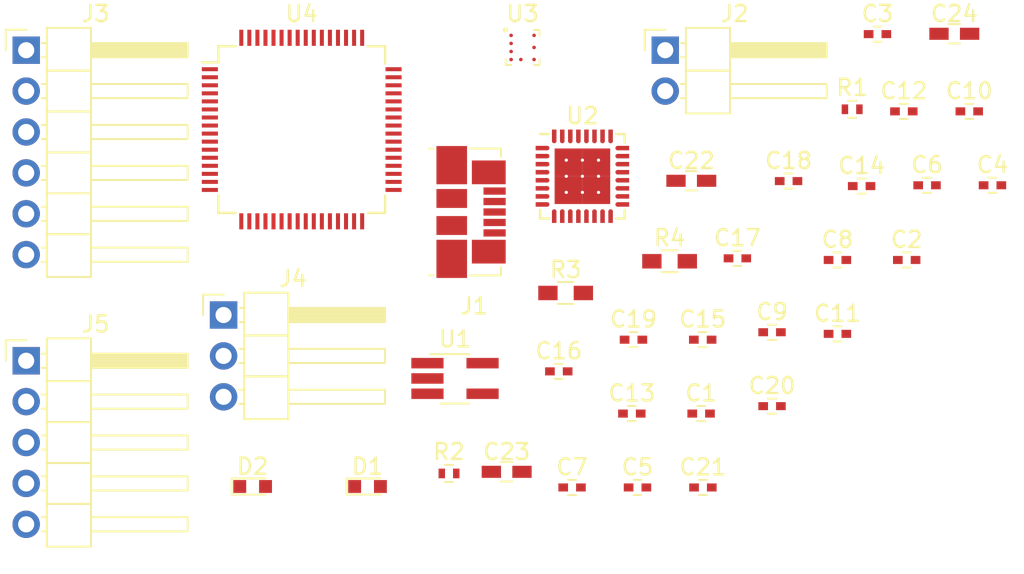
<source format=kicad_pcb>
(kicad_pcb (version 4) (host pcbnew 4.0.6)

  (general
    (links 163)
    (no_connects 119)
    (area 0 0 0 0)
    (thickness 1.6)
    (drawings 0)
    (tracks 0)
    (zones 0)
    (modules 39)
    (nets 48)
  )

  (page A4)
  (layers
    (0 F.Cu signal)
    (31 B.Cu signal)
    (32 B.Adhes user)
    (33 F.Adhes user)
    (34 B.Paste user)
    (35 F.Paste user)
    (36 B.SilkS user)
    (37 F.SilkS user)
    (38 B.Mask user)
    (39 F.Mask user)
    (40 Dwgs.User user)
    (41 Cmts.User user)
    (42 Eco1.User user)
    (43 Eco2.User user)
    (44 Edge.Cuts user)
    (45 Margin user)
    (46 B.CrtYd user)
    (47 F.CrtYd user)
    (48 B.Fab user)
    (49 F.Fab user)
  )

  (setup
    (last_trace_width 0.25)
    (trace_clearance 0.2)
    (zone_clearance 0.508)
    (zone_45_only no)
    (trace_min 0.2)
    (segment_width 0.2)
    (edge_width 0.15)
    (via_size 0.6)
    (via_drill 0.4)
    (via_min_size 0.4)
    (via_min_drill 0.3)
    (uvia_size 0.3)
    (uvia_drill 0.1)
    (uvias_allowed no)
    (uvia_min_size 0.2)
    (uvia_min_drill 0.1)
    (pcb_text_width 0.3)
    (pcb_text_size 1.5 1.5)
    (mod_edge_width 0.15)
    (mod_text_size 1 1)
    (mod_text_width 0.15)
    (pad_size 1.524 1.524)
    (pad_drill 0.762)
    (pad_to_mask_clearance 0.2)
    (aux_axis_origin 0 0)
    (visible_elements FFFFFF7F)
    (pcbplotparams
      (layerselection 0x00030_80000001)
      (usegerberextensions false)
      (excludeedgelayer true)
      (linewidth 0.100000)
      (plotframeref false)
      (viasonmask false)
      (mode 1)
      (useauxorigin false)
      (hpglpennumber 1)
      (hpglpenspeed 20)
      (hpglpendiameter 15)
      (hpglpenoverlay 2)
      (psnegative false)
      (psa4output false)
      (plotreference true)
      (plotvalue true)
      (plotinvisibletext false)
      (padsonsilk false)
      (subtractmaskfromsilk false)
      (outputformat 1)
      (mirror false)
      (drillshape 1)
      (scaleselection 1)
      (outputdirectory ""))
  )

  (net 0 "")
  (net 1 VDD)
  (net 2 GND)
  (net 3 "Net-(C13-Pad1)")
  (net 4 "Net-(C14-Pad1)")
  (net 5 "Net-(C15-Pad1)")
  (net 6 "Net-(C15-Pad2)")
  (net 7 "Net-(C16-Pad1)")
  (net 8 "Net-(C16-Pad2)")
  (net 9 "Net-(C17-Pad1)")
  (net 10 "Net-(C18-Pad1)")
  (net 11 "Net-(C19-Pad1)")
  (net 12 "Net-(C20-Pad1)")
  (net 13 "Net-(C21-Pad1)")
  (net 14 NRST)
  (net 15 "Net-(C23-Pad1)")
  (net 16 "Net-(C24-Pad1)")
  (net 17 "Net-(D1-Pad1)")
  (net 18 "Net-(D2-Pad2)")
  (net 19 "Net-(D2-Pad1)")
  (net 20 +5V)
  (net 21 USB_DM)
  (net 22 USB_DP)
  (net 23 USB_ID)
  (net 24 "Net-(C3-Pad1)")
  (net 25 SWDCLK)
  (net 26 SWDIO)
  (net 27 SWO)
  (net 28 USART_TX)
  (net 29 USART_RX)
  (net 30 SPI_NSS)
  (net 31 SPI_SCK)
  (net 32 SPI_MISO)
  (net 33 SPI_MOSI)
  (net 34 "Net-(R2-Pad1)")
  (net 35 CC_RESET_N)
  (net 36 CC_GPIO3)
  (net 37 CC_GPIO2)
  (net 38 CC_MOSI)
  (net 39 CC_SCLK)
  (net 40 CC_MISO)
  (net 41 CC_GPIO0)
  (net 42 CC_NSS)
  (net 43 "Net-(U2-Pad16)")
  (net 44 "Net-(U2-Pad18)")
  (net 45 "Net-(U2-Pad19)")
  (net 46 "Net-(U2-Pad20)")
  (net 47 VSS)

  (net_class Default "This is the default net class."
    (clearance 0.2)
    (trace_width 0.25)
    (via_dia 0.6)
    (via_drill 0.4)
    (uvia_dia 0.3)
    (uvia_drill 0.1)
    (add_net +5V)
    (add_net CC_GPIO0)
    (add_net CC_GPIO2)
    (add_net CC_GPIO3)
    (add_net CC_MISO)
    (add_net CC_MOSI)
    (add_net CC_NSS)
    (add_net CC_RESET_N)
    (add_net CC_SCLK)
    (add_net GND)
    (add_net NRST)
    (add_net "Net-(C13-Pad1)")
    (add_net "Net-(C14-Pad1)")
    (add_net "Net-(C15-Pad1)")
    (add_net "Net-(C15-Pad2)")
    (add_net "Net-(C16-Pad1)")
    (add_net "Net-(C16-Pad2)")
    (add_net "Net-(C17-Pad1)")
    (add_net "Net-(C18-Pad1)")
    (add_net "Net-(C19-Pad1)")
    (add_net "Net-(C20-Pad1)")
    (add_net "Net-(C21-Pad1)")
    (add_net "Net-(C23-Pad1)")
    (add_net "Net-(C24-Pad1)")
    (add_net "Net-(C3-Pad1)")
    (add_net "Net-(D1-Pad1)")
    (add_net "Net-(D2-Pad1)")
    (add_net "Net-(D2-Pad2)")
    (add_net "Net-(R2-Pad1)")
    (add_net "Net-(U2-Pad16)")
    (add_net "Net-(U2-Pad18)")
    (add_net "Net-(U2-Pad19)")
    (add_net "Net-(U2-Pad20)")
    (add_net SPI_MISO)
    (add_net SPI_MOSI)
    (add_net SPI_NSS)
    (add_net SPI_SCK)
    (add_net SWDCLK)
    (add_net SWDIO)
    (add_net SWO)
    (add_net USART_RX)
    (add_net USART_TX)
    (add_net USB_DM)
    (add_net USB_DP)
    (add_net USB_ID)
    (add_net VDD)
    (add_net VSS)
  )

  (module Capacitors_SMD:C_0402 (layer F.Cu) (tedit 58AA841A) (tstamp 58CAA059)
    (at 179.601428 114.715)
    (descr "Capacitor SMD 0402, reflow soldering, AVX (see smccp.pdf)")
    (tags "capacitor 0402")
    (path /58C2A092)
    (attr smd)
    (fp_text reference C1 (at 0 -1.27) (layer F.SilkS)
      (effects (font (size 1 1) (thickness 0.15)))
    )
    (fp_text value 0.1uF (at 0 1.27) (layer F.Fab)
      (effects (font (size 1 1) (thickness 0.15)))
    )
    (fp_text user %R (at 0 -1.27) (layer F.Fab)
      (effects (font (size 1 1) (thickness 0.15)))
    )
    (fp_line (start -0.5 0.25) (end -0.5 -0.25) (layer F.Fab) (width 0.1))
    (fp_line (start 0.5 0.25) (end -0.5 0.25) (layer F.Fab) (width 0.1))
    (fp_line (start 0.5 -0.25) (end 0.5 0.25) (layer F.Fab) (width 0.1))
    (fp_line (start -0.5 -0.25) (end 0.5 -0.25) (layer F.Fab) (width 0.1))
    (fp_line (start 0.25 -0.47) (end -0.25 -0.47) (layer F.SilkS) (width 0.12))
    (fp_line (start -0.25 0.47) (end 0.25 0.47) (layer F.SilkS) (width 0.12))
    (fp_line (start -1 -0.4) (end 1 -0.4) (layer F.CrtYd) (width 0.05))
    (fp_line (start -1 -0.4) (end -1 0.4) (layer F.CrtYd) (width 0.05))
    (fp_line (start 1 0.4) (end 1 -0.4) (layer F.CrtYd) (width 0.05))
    (fp_line (start 1 0.4) (end -1 0.4) (layer F.CrtYd) (width 0.05))
    (pad 1 smd rect (at -0.55 0) (size 0.6 0.5) (layers F.Cu F.Paste F.Mask)
      (net 20 +5V))
    (pad 2 smd rect (at 0.55 0) (size 0.6 0.5) (layers F.Cu F.Paste F.Mask)
      (net 2 GND))
    (model Capacitors_SMD.3dshapes/C_0402.wrl
      (at (xyz 0 0 0))
      (scale (xyz 1 1 1))
      (rotate (xyz 0 0 0))
    )
  )

  (module Capacitors_SMD:C_0402 (layer F.Cu) (tedit 58AA841A) (tstamp 58CAA05F)
    (at 192.361428 105.175)
    (descr "Capacitor SMD 0402, reflow soldering, AVX (see smccp.pdf)")
    (tags "capacitor 0402")
    (path /58C29109)
    (attr smd)
    (fp_text reference C2 (at 0 -1.27) (layer F.SilkS)
      (effects (font (size 1 1) (thickness 0.15)))
    )
    (fp_text value 2.2uF (at 0 1.27) (layer F.Fab)
      (effects (font (size 1 1) (thickness 0.15)))
    )
    (fp_text user %R (at 0 -1.27) (layer F.Fab)
      (effects (font (size 1 1) (thickness 0.15)))
    )
    (fp_line (start -0.5 0.25) (end -0.5 -0.25) (layer F.Fab) (width 0.1))
    (fp_line (start 0.5 0.25) (end -0.5 0.25) (layer F.Fab) (width 0.1))
    (fp_line (start 0.5 -0.25) (end 0.5 0.25) (layer F.Fab) (width 0.1))
    (fp_line (start -0.5 -0.25) (end 0.5 -0.25) (layer F.Fab) (width 0.1))
    (fp_line (start 0.25 -0.47) (end -0.25 -0.47) (layer F.SilkS) (width 0.12))
    (fp_line (start -0.25 0.47) (end 0.25 0.47) (layer F.SilkS) (width 0.12))
    (fp_line (start -1 -0.4) (end 1 -0.4) (layer F.CrtYd) (width 0.05))
    (fp_line (start -1 -0.4) (end -1 0.4) (layer F.CrtYd) (width 0.05))
    (fp_line (start 1 0.4) (end 1 -0.4) (layer F.CrtYd) (width 0.05))
    (fp_line (start 1 0.4) (end -1 0.4) (layer F.CrtYd) (width 0.05))
    (pad 1 smd rect (at -0.55 0) (size 0.6 0.5) (layers F.Cu F.Paste F.Mask)
      (net 1 VDD))
    (pad 2 smd rect (at 0.55 0) (size 0.6 0.5) (layers F.Cu F.Paste F.Mask)
      (net 2 GND))
    (model Capacitors_SMD.3dshapes/C_0402.wrl
      (at (xyz 0 0 0))
      (scale (xyz 1 1 1))
      (rotate (xyz 0 0 0))
    )
  )

  (module Capacitors_SMD:C_0402 (layer F.Cu) (tedit 58AA841A) (tstamp 58CAA065)
    (at 190.547619 91.145)
    (descr "Capacitor SMD 0402, reflow soldering, AVX (see smccp.pdf)")
    (tags "capacitor 0402")
    (path /58C2947D)
    (attr smd)
    (fp_text reference C3 (at 0 -1.27) (layer F.SilkS)
      (effects (font (size 1 1) (thickness 0.15)))
    )
    (fp_text value 0.01uF (at 0 1.27) (layer F.Fab)
      (effects (font (size 1 1) (thickness 0.15)))
    )
    (fp_text user %R (at 0 -1.27) (layer F.Fab)
      (effects (font (size 1 1) (thickness 0.15)))
    )
    (fp_line (start -0.5 0.25) (end -0.5 -0.25) (layer F.Fab) (width 0.1))
    (fp_line (start 0.5 0.25) (end -0.5 0.25) (layer F.Fab) (width 0.1))
    (fp_line (start 0.5 -0.25) (end 0.5 0.25) (layer F.Fab) (width 0.1))
    (fp_line (start -0.5 -0.25) (end 0.5 -0.25) (layer F.Fab) (width 0.1))
    (fp_line (start 0.25 -0.47) (end -0.25 -0.47) (layer F.SilkS) (width 0.12))
    (fp_line (start -0.25 0.47) (end 0.25 0.47) (layer F.SilkS) (width 0.12))
    (fp_line (start -1 -0.4) (end 1 -0.4) (layer F.CrtYd) (width 0.05))
    (fp_line (start -1 -0.4) (end -1 0.4) (layer F.CrtYd) (width 0.05))
    (fp_line (start 1 0.4) (end 1 -0.4) (layer F.CrtYd) (width 0.05))
    (fp_line (start 1 0.4) (end -1 0.4) (layer F.CrtYd) (width 0.05))
    (pad 1 smd rect (at -0.55 0) (size 0.6 0.5) (layers F.Cu F.Paste F.Mask)
      (net 24 "Net-(C3-Pad1)"))
    (pad 2 smd rect (at 0.55 0) (size 0.6 0.5) (layers F.Cu F.Paste F.Mask)
      (net 2 GND))
    (model Capacitors_SMD.3dshapes/C_0402.wrl
      (at (xyz 0 0 0))
      (scale (xyz 1 1 1))
      (rotate (xyz 0 0 0))
    )
  )

  (module Capacitors_SMD:C_0402 (layer F.Cu) (tedit 58AA841A) (tstamp 58CAA06B)
    (at 197.683333 100.535)
    (descr "Capacitor SMD 0402, reflow soldering, AVX (see smccp.pdf)")
    (tags "capacitor 0402")
    (path /58C215B5)
    (attr smd)
    (fp_text reference C4 (at 0 -1.27) (layer F.SilkS)
      (effects (font (size 1 1) (thickness 0.15)))
    )
    (fp_text value 47nF (at 0 1.27) (layer F.Fab)
      (effects (font (size 1 1) (thickness 0.15)))
    )
    (fp_text user %R (at 0 -1.27) (layer F.Fab)
      (effects (font (size 1 1) (thickness 0.15)))
    )
    (fp_line (start -0.5 0.25) (end -0.5 -0.25) (layer F.Fab) (width 0.1))
    (fp_line (start 0.5 0.25) (end -0.5 0.25) (layer F.Fab) (width 0.1))
    (fp_line (start 0.5 -0.25) (end 0.5 0.25) (layer F.Fab) (width 0.1))
    (fp_line (start -0.5 -0.25) (end 0.5 -0.25) (layer F.Fab) (width 0.1))
    (fp_line (start 0.25 -0.47) (end -0.25 -0.47) (layer F.SilkS) (width 0.12))
    (fp_line (start -0.25 0.47) (end 0.25 0.47) (layer F.SilkS) (width 0.12))
    (fp_line (start -1 -0.4) (end 1 -0.4) (layer F.CrtYd) (width 0.05))
    (fp_line (start -1 -0.4) (end -1 0.4) (layer F.CrtYd) (width 0.05))
    (fp_line (start 1 0.4) (end 1 -0.4) (layer F.CrtYd) (width 0.05))
    (fp_line (start 1 0.4) (end -1 0.4) (layer F.CrtYd) (width 0.05))
    (pad 1 smd rect (at -0.55 0) (size 0.6 0.5) (layers F.Cu F.Paste F.Mask)
      (net 1 VDD))
    (pad 2 smd rect (at 0.55 0) (size 0.6 0.5) (layers F.Cu F.Paste F.Mask)
      (net 2 GND))
    (model Capacitors_SMD.3dshapes/C_0402.wrl
      (at (xyz 0 0 0))
      (scale (xyz 1 1 1))
      (rotate (xyz 0 0 0))
    )
  )

  (module Capacitors_SMD:C_0402 (layer F.Cu) (tedit 58AA841A) (tstamp 58CAA071)
    (at 175.653333 119.305)
    (descr "Capacitor SMD 0402, reflow soldering, AVX (see smccp.pdf)")
    (tags "capacitor 0402")
    (path /58C21B92)
    (attr smd)
    (fp_text reference C5 (at 0 -1.27) (layer F.SilkS)
      (effects (font (size 1 1) (thickness 0.15)))
    )
    (fp_text value 47nF (at 0 1.27) (layer F.Fab)
      (effects (font (size 1 1) (thickness 0.15)))
    )
    (fp_text user %R (at 0 -1.27) (layer F.Fab)
      (effects (font (size 1 1) (thickness 0.15)))
    )
    (fp_line (start -0.5 0.25) (end -0.5 -0.25) (layer F.Fab) (width 0.1))
    (fp_line (start 0.5 0.25) (end -0.5 0.25) (layer F.Fab) (width 0.1))
    (fp_line (start 0.5 -0.25) (end 0.5 0.25) (layer F.Fab) (width 0.1))
    (fp_line (start -0.5 -0.25) (end 0.5 -0.25) (layer F.Fab) (width 0.1))
    (fp_line (start 0.25 -0.47) (end -0.25 -0.47) (layer F.SilkS) (width 0.12))
    (fp_line (start -0.25 0.47) (end 0.25 0.47) (layer F.SilkS) (width 0.12))
    (fp_line (start -1 -0.4) (end 1 -0.4) (layer F.CrtYd) (width 0.05))
    (fp_line (start -1 -0.4) (end -1 0.4) (layer F.CrtYd) (width 0.05))
    (fp_line (start 1 0.4) (end 1 -0.4) (layer F.CrtYd) (width 0.05))
    (fp_line (start 1 0.4) (end -1 0.4) (layer F.CrtYd) (width 0.05))
    (pad 1 smd rect (at -0.55 0) (size 0.6 0.5) (layers F.Cu F.Paste F.Mask)
      (net 1 VDD))
    (pad 2 smd rect (at 0.55 0) (size 0.6 0.5) (layers F.Cu F.Paste F.Mask)
      (net 2 GND))
    (model Capacitors_SMD.3dshapes/C_0402.wrl
      (at (xyz 0 0 0))
      (scale (xyz 1 1 1))
      (rotate (xyz 0 0 0))
    )
  )

  (module Capacitors_SMD:C_0402 (layer F.Cu) (tedit 58AA841A) (tstamp 58CAA077)
    (at 193.623333 100.535)
    (descr "Capacitor SMD 0402, reflow soldering, AVX (see smccp.pdf)")
    (tags "capacitor 0402")
    (path /58C21C2E)
    (attr smd)
    (fp_text reference C6 (at 0 -1.27) (layer F.SilkS)
      (effects (font (size 1 1) (thickness 0.15)))
    )
    (fp_text value 47nF (at 0 1.27) (layer F.Fab)
      (effects (font (size 1 1) (thickness 0.15)))
    )
    (fp_text user %R (at 0 -1.27) (layer F.Fab)
      (effects (font (size 1 1) (thickness 0.15)))
    )
    (fp_line (start -0.5 0.25) (end -0.5 -0.25) (layer F.Fab) (width 0.1))
    (fp_line (start 0.5 0.25) (end -0.5 0.25) (layer F.Fab) (width 0.1))
    (fp_line (start 0.5 -0.25) (end 0.5 0.25) (layer F.Fab) (width 0.1))
    (fp_line (start -0.5 -0.25) (end 0.5 -0.25) (layer F.Fab) (width 0.1))
    (fp_line (start 0.25 -0.47) (end -0.25 -0.47) (layer F.SilkS) (width 0.12))
    (fp_line (start -0.25 0.47) (end 0.25 0.47) (layer F.SilkS) (width 0.12))
    (fp_line (start -1 -0.4) (end 1 -0.4) (layer F.CrtYd) (width 0.05))
    (fp_line (start -1 -0.4) (end -1 0.4) (layer F.CrtYd) (width 0.05))
    (fp_line (start 1 0.4) (end 1 -0.4) (layer F.CrtYd) (width 0.05))
    (fp_line (start 1 0.4) (end -1 0.4) (layer F.CrtYd) (width 0.05))
    (pad 1 smd rect (at -0.55 0) (size 0.6 0.5) (layers F.Cu F.Paste F.Mask)
      (net 1 VDD))
    (pad 2 smd rect (at 0.55 0) (size 0.6 0.5) (layers F.Cu F.Paste F.Mask)
      (net 2 GND))
    (model Capacitors_SMD.3dshapes/C_0402.wrl
      (at (xyz 0 0 0))
      (scale (xyz 1 1 1))
      (rotate (xyz 0 0 0))
    )
  )

  (module Capacitors_SMD:C_0402 (layer F.Cu) (tedit 58AA841A) (tstamp 58CAA07D)
    (at 171.593333 119.305)
    (descr "Capacitor SMD 0402, reflow soldering, AVX (see smccp.pdf)")
    (tags "capacitor 0402")
    (path /58C21D24)
    (attr smd)
    (fp_text reference C7 (at 0 -1.27) (layer F.SilkS)
      (effects (font (size 1 1) (thickness 0.15)))
    )
    (fp_text value 47nF (at 0 1.27) (layer F.Fab)
      (effects (font (size 1 1) (thickness 0.15)))
    )
    (fp_text user %R (at 0 -1.27) (layer F.Fab)
      (effects (font (size 1 1) (thickness 0.15)))
    )
    (fp_line (start -0.5 0.25) (end -0.5 -0.25) (layer F.Fab) (width 0.1))
    (fp_line (start 0.5 0.25) (end -0.5 0.25) (layer F.Fab) (width 0.1))
    (fp_line (start 0.5 -0.25) (end 0.5 0.25) (layer F.Fab) (width 0.1))
    (fp_line (start -0.5 -0.25) (end 0.5 -0.25) (layer F.Fab) (width 0.1))
    (fp_line (start 0.25 -0.47) (end -0.25 -0.47) (layer F.SilkS) (width 0.12))
    (fp_line (start -0.25 0.47) (end 0.25 0.47) (layer F.SilkS) (width 0.12))
    (fp_line (start -1 -0.4) (end 1 -0.4) (layer F.CrtYd) (width 0.05))
    (fp_line (start -1 -0.4) (end -1 0.4) (layer F.CrtYd) (width 0.05))
    (fp_line (start 1 0.4) (end 1 -0.4) (layer F.CrtYd) (width 0.05))
    (fp_line (start 1 0.4) (end -1 0.4) (layer F.CrtYd) (width 0.05))
    (pad 1 smd rect (at -0.55 0) (size 0.6 0.5) (layers F.Cu F.Paste F.Mask)
      (net 1 VDD))
    (pad 2 smd rect (at 0.55 0) (size 0.6 0.5) (layers F.Cu F.Paste F.Mask)
      (net 2 GND))
    (model Capacitors_SMD.3dshapes/C_0402.wrl
      (at (xyz 0 0 0))
      (scale (xyz 1 1 1))
      (rotate (xyz 0 0 0))
    )
  )

  (module Capacitors_SMD:C_0402 (layer F.Cu) (tedit 58AA841A) (tstamp 58CAA083)
    (at 188.063333 105.175)
    (descr "Capacitor SMD 0402, reflow soldering, AVX (see smccp.pdf)")
    (tags "capacitor 0402")
    (path /58C21ED2)
    (attr smd)
    (fp_text reference C8 (at 0 -1.27) (layer F.SilkS)
      (effects (font (size 1 1) (thickness 0.15)))
    )
    (fp_text value 47nF (at 0 1.27) (layer F.Fab)
      (effects (font (size 1 1) (thickness 0.15)))
    )
    (fp_text user %R (at 0 -1.27) (layer F.Fab)
      (effects (font (size 1 1) (thickness 0.15)))
    )
    (fp_line (start -0.5 0.25) (end -0.5 -0.25) (layer F.Fab) (width 0.1))
    (fp_line (start 0.5 0.25) (end -0.5 0.25) (layer F.Fab) (width 0.1))
    (fp_line (start 0.5 -0.25) (end 0.5 0.25) (layer F.Fab) (width 0.1))
    (fp_line (start -0.5 -0.25) (end 0.5 -0.25) (layer F.Fab) (width 0.1))
    (fp_line (start 0.25 -0.47) (end -0.25 -0.47) (layer F.SilkS) (width 0.12))
    (fp_line (start -0.25 0.47) (end 0.25 0.47) (layer F.SilkS) (width 0.12))
    (fp_line (start -1 -0.4) (end 1 -0.4) (layer F.CrtYd) (width 0.05))
    (fp_line (start -1 -0.4) (end -1 0.4) (layer F.CrtYd) (width 0.05))
    (fp_line (start 1 0.4) (end 1 -0.4) (layer F.CrtYd) (width 0.05))
    (fp_line (start 1 0.4) (end -1 0.4) (layer F.CrtYd) (width 0.05))
    (pad 1 smd rect (at -0.55 0) (size 0.6 0.5) (layers F.Cu F.Paste F.Mask)
      (net 1 VDD))
    (pad 2 smd rect (at 0.55 0) (size 0.6 0.5) (layers F.Cu F.Paste F.Mask)
      (net 2 GND))
    (model Capacitors_SMD.3dshapes/C_0402.wrl
      (at (xyz 0 0 0))
      (scale (xyz 1 1 1))
      (rotate (xyz 0 0 0))
    )
  )

  (module Capacitors_SMD:C_0402 (layer F.Cu) (tedit 58AA841A) (tstamp 58CAA089)
    (at 184.003333 109.665)
    (descr "Capacitor SMD 0402, reflow soldering, AVX (see smccp.pdf)")
    (tags "capacitor 0402")
    (path /58C21F85)
    (attr smd)
    (fp_text reference C9 (at 0 -1.27) (layer F.SilkS)
      (effects (font (size 1 1) (thickness 0.15)))
    )
    (fp_text value 47nF (at 0 1.27) (layer F.Fab)
      (effects (font (size 1 1) (thickness 0.15)))
    )
    (fp_text user %R (at 0 -1.27) (layer F.Fab)
      (effects (font (size 1 1) (thickness 0.15)))
    )
    (fp_line (start -0.5 0.25) (end -0.5 -0.25) (layer F.Fab) (width 0.1))
    (fp_line (start 0.5 0.25) (end -0.5 0.25) (layer F.Fab) (width 0.1))
    (fp_line (start 0.5 -0.25) (end 0.5 0.25) (layer F.Fab) (width 0.1))
    (fp_line (start -0.5 -0.25) (end 0.5 -0.25) (layer F.Fab) (width 0.1))
    (fp_line (start 0.25 -0.47) (end -0.25 -0.47) (layer F.SilkS) (width 0.12))
    (fp_line (start -0.25 0.47) (end 0.25 0.47) (layer F.SilkS) (width 0.12))
    (fp_line (start -1 -0.4) (end 1 -0.4) (layer F.CrtYd) (width 0.05))
    (fp_line (start -1 -0.4) (end -1 0.4) (layer F.CrtYd) (width 0.05))
    (fp_line (start 1 0.4) (end 1 -0.4) (layer F.CrtYd) (width 0.05))
    (fp_line (start 1 0.4) (end -1 0.4) (layer F.CrtYd) (width 0.05))
    (pad 1 smd rect (at -0.55 0) (size 0.6 0.5) (layers F.Cu F.Paste F.Mask)
      (net 1 VDD))
    (pad 2 smd rect (at 0.55 0) (size 0.6 0.5) (layers F.Cu F.Paste F.Mask)
      (net 2 GND))
    (model Capacitors_SMD.3dshapes/C_0402.wrl
      (at (xyz 0 0 0))
      (scale (xyz 1 1 1))
      (rotate (xyz 0 0 0))
    )
  )

  (module Capacitors_SMD:C_0402 (layer F.Cu) (tedit 58AA841A) (tstamp 58CAA08F)
    (at 196.243333 95.945)
    (descr "Capacitor SMD 0402, reflow soldering, AVX (see smccp.pdf)")
    (tags "capacitor 0402")
    (path /58C2206F)
    (attr smd)
    (fp_text reference C10 (at 0 -1.27) (layer F.SilkS)
      (effects (font (size 1 1) (thickness 0.15)))
    )
    (fp_text value 47nF (at 0 1.27) (layer F.Fab)
      (effects (font (size 1 1) (thickness 0.15)))
    )
    (fp_text user %R (at 0 -1.27) (layer F.Fab)
      (effects (font (size 1 1) (thickness 0.15)))
    )
    (fp_line (start -0.5 0.25) (end -0.5 -0.25) (layer F.Fab) (width 0.1))
    (fp_line (start 0.5 0.25) (end -0.5 0.25) (layer F.Fab) (width 0.1))
    (fp_line (start 0.5 -0.25) (end 0.5 0.25) (layer F.Fab) (width 0.1))
    (fp_line (start -0.5 -0.25) (end 0.5 -0.25) (layer F.Fab) (width 0.1))
    (fp_line (start 0.25 -0.47) (end -0.25 -0.47) (layer F.SilkS) (width 0.12))
    (fp_line (start -0.25 0.47) (end 0.25 0.47) (layer F.SilkS) (width 0.12))
    (fp_line (start -1 -0.4) (end 1 -0.4) (layer F.CrtYd) (width 0.05))
    (fp_line (start -1 -0.4) (end -1 0.4) (layer F.CrtYd) (width 0.05))
    (fp_line (start 1 0.4) (end 1 -0.4) (layer F.CrtYd) (width 0.05))
    (fp_line (start 1 0.4) (end -1 0.4) (layer F.CrtYd) (width 0.05))
    (pad 1 smd rect (at -0.55 0) (size 0.6 0.5) (layers F.Cu F.Paste F.Mask)
      (net 1 VDD))
    (pad 2 smd rect (at 0.55 0) (size 0.6 0.5) (layers F.Cu F.Paste F.Mask)
      (net 2 GND))
    (model Capacitors_SMD.3dshapes/C_0402.wrl
      (at (xyz 0 0 0))
      (scale (xyz 1 1 1))
      (rotate (xyz 0 0 0))
    )
  )

  (module Capacitors_SMD:C_0402 (layer F.Cu) (tedit 58AA841A) (tstamp 58CAA095)
    (at 188.063333 109.765)
    (descr "Capacitor SMD 0402, reflow soldering, AVX (see smccp.pdf)")
    (tags "capacitor 0402")
    (path /58C2210A)
    (attr smd)
    (fp_text reference C11 (at 0 -1.27) (layer F.SilkS)
      (effects (font (size 1 1) (thickness 0.15)))
    )
    (fp_text value 47nF (at 0 1.27) (layer F.Fab)
      (effects (font (size 1 1) (thickness 0.15)))
    )
    (fp_text user %R (at 0 -1.27) (layer F.Fab)
      (effects (font (size 1 1) (thickness 0.15)))
    )
    (fp_line (start -0.5 0.25) (end -0.5 -0.25) (layer F.Fab) (width 0.1))
    (fp_line (start 0.5 0.25) (end -0.5 0.25) (layer F.Fab) (width 0.1))
    (fp_line (start 0.5 -0.25) (end 0.5 0.25) (layer F.Fab) (width 0.1))
    (fp_line (start -0.5 -0.25) (end 0.5 -0.25) (layer F.Fab) (width 0.1))
    (fp_line (start 0.25 -0.47) (end -0.25 -0.47) (layer F.SilkS) (width 0.12))
    (fp_line (start -0.25 0.47) (end 0.25 0.47) (layer F.SilkS) (width 0.12))
    (fp_line (start -1 -0.4) (end 1 -0.4) (layer F.CrtYd) (width 0.05))
    (fp_line (start -1 -0.4) (end -1 0.4) (layer F.CrtYd) (width 0.05))
    (fp_line (start 1 0.4) (end 1 -0.4) (layer F.CrtYd) (width 0.05))
    (fp_line (start 1 0.4) (end -1 0.4) (layer F.CrtYd) (width 0.05))
    (pad 1 smd rect (at -0.55 0) (size 0.6 0.5) (layers F.Cu F.Paste F.Mask)
      (net 1 VDD))
    (pad 2 smd rect (at 0.55 0) (size 0.6 0.5) (layers F.Cu F.Paste F.Mask)
      (net 2 GND))
    (model Capacitors_SMD.3dshapes/C_0402.wrl
      (at (xyz 0 0 0))
      (scale (xyz 1 1 1))
      (rotate (xyz 0 0 0))
    )
  )

  (module Capacitors_SMD:C_0402 (layer F.Cu) (tedit 58AA841A) (tstamp 58CAA09B)
    (at 192.183333 95.945)
    (descr "Capacitor SMD 0402, reflow soldering, AVX (see smccp.pdf)")
    (tags "capacitor 0402")
    (path /58C221BA)
    (attr smd)
    (fp_text reference C12 (at 0 -1.27) (layer F.SilkS)
      (effects (font (size 1 1) (thickness 0.15)))
    )
    (fp_text value 47nF (at 0 1.27) (layer F.Fab)
      (effects (font (size 1 1) (thickness 0.15)))
    )
    (fp_text user %R (at 0 -1.27) (layer F.Fab)
      (effects (font (size 1 1) (thickness 0.15)))
    )
    (fp_line (start -0.5 0.25) (end -0.5 -0.25) (layer F.Fab) (width 0.1))
    (fp_line (start 0.5 0.25) (end -0.5 0.25) (layer F.Fab) (width 0.1))
    (fp_line (start 0.5 -0.25) (end 0.5 0.25) (layer F.Fab) (width 0.1))
    (fp_line (start -0.5 -0.25) (end 0.5 -0.25) (layer F.Fab) (width 0.1))
    (fp_line (start 0.25 -0.47) (end -0.25 -0.47) (layer F.SilkS) (width 0.12))
    (fp_line (start -0.25 0.47) (end 0.25 0.47) (layer F.SilkS) (width 0.12))
    (fp_line (start -1 -0.4) (end 1 -0.4) (layer F.CrtYd) (width 0.05))
    (fp_line (start -1 -0.4) (end -1 0.4) (layer F.CrtYd) (width 0.05))
    (fp_line (start 1 0.4) (end 1 -0.4) (layer F.CrtYd) (width 0.05))
    (fp_line (start 1 0.4) (end -1 0.4) (layer F.CrtYd) (width 0.05))
    (pad 1 smd rect (at -0.55 0) (size 0.6 0.5) (layers F.Cu F.Paste F.Mask)
      (net 1 VDD))
    (pad 2 smd rect (at 0.55 0) (size 0.6 0.5) (layers F.Cu F.Paste F.Mask)
      (net 2 GND))
    (model Capacitors_SMD.3dshapes/C_0402.wrl
      (at (xyz 0 0 0))
      (scale (xyz 1 1 1))
      (rotate (xyz 0 0 0))
    )
  )

  (module Capacitors_SMD:C_0402 (layer F.Cu) (tedit 58AA841A) (tstamp 58CAA0A1)
    (at 175.303333 114.715)
    (descr "Capacitor SMD 0402, reflow soldering, AVX (see smccp.pdf)")
    (tags "capacitor 0402")
    (path /58C25C1B)
    (attr smd)
    (fp_text reference C13 (at 0 -1.27) (layer F.SilkS)
      (effects (font (size 1 1) (thickness 0.15)))
    )
    (fp_text value 15pF (at 0 1.27) (layer F.Fab)
      (effects (font (size 1 1) (thickness 0.15)))
    )
    (fp_text user %R (at 0 -1.27) (layer F.Fab)
      (effects (font (size 1 1) (thickness 0.15)))
    )
    (fp_line (start -0.5 0.25) (end -0.5 -0.25) (layer F.Fab) (width 0.1))
    (fp_line (start 0.5 0.25) (end -0.5 0.25) (layer F.Fab) (width 0.1))
    (fp_line (start 0.5 -0.25) (end 0.5 0.25) (layer F.Fab) (width 0.1))
    (fp_line (start -0.5 -0.25) (end 0.5 -0.25) (layer F.Fab) (width 0.1))
    (fp_line (start 0.25 -0.47) (end -0.25 -0.47) (layer F.SilkS) (width 0.12))
    (fp_line (start -0.25 0.47) (end 0.25 0.47) (layer F.SilkS) (width 0.12))
    (fp_line (start -1 -0.4) (end 1 -0.4) (layer F.CrtYd) (width 0.05))
    (fp_line (start -1 -0.4) (end -1 0.4) (layer F.CrtYd) (width 0.05))
    (fp_line (start 1 0.4) (end 1 -0.4) (layer F.CrtYd) (width 0.05))
    (fp_line (start 1 0.4) (end -1 0.4) (layer F.CrtYd) (width 0.05))
    (pad 1 smd rect (at -0.55 0) (size 0.6 0.5) (layers F.Cu F.Paste F.Mask)
      (net 3 "Net-(C13-Pad1)"))
    (pad 2 smd rect (at 0.55 0) (size 0.6 0.5) (layers F.Cu F.Paste F.Mask)
      (net 2 GND))
    (model Capacitors_SMD.3dshapes/C_0402.wrl
      (at (xyz 0 0 0))
      (scale (xyz 1 1 1))
      (rotate (xyz 0 0 0))
    )
  )

  (module Capacitors_SMD:C_0402 (layer F.Cu) (tedit 58AA841A) (tstamp 58CAA0A7)
    (at 189.563333 100.585)
    (descr "Capacitor SMD 0402, reflow soldering, AVX (see smccp.pdf)")
    (tags "capacitor 0402")
    (path /58C25E97)
    (attr smd)
    (fp_text reference C14 (at 0 -1.27) (layer F.SilkS)
      (effects (font (size 1 1) (thickness 0.15)))
    )
    (fp_text value 15pF (at 0 1.27) (layer F.Fab)
      (effects (font (size 1 1) (thickness 0.15)))
    )
    (fp_text user %R (at 0 -1.27) (layer F.Fab)
      (effects (font (size 1 1) (thickness 0.15)))
    )
    (fp_line (start -0.5 0.25) (end -0.5 -0.25) (layer F.Fab) (width 0.1))
    (fp_line (start 0.5 0.25) (end -0.5 0.25) (layer F.Fab) (width 0.1))
    (fp_line (start 0.5 -0.25) (end 0.5 0.25) (layer F.Fab) (width 0.1))
    (fp_line (start -0.5 -0.25) (end 0.5 -0.25) (layer F.Fab) (width 0.1))
    (fp_line (start 0.25 -0.47) (end -0.25 -0.47) (layer F.SilkS) (width 0.12))
    (fp_line (start -0.25 0.47) (end 0.25 0.47) (layer F.SilkS) (width 0.12))
    (fp_line (start -1 -0.4) (end 1 -0.4) (layer F.CrtYd) (width 0.05))
    (fp_line (start -1 -0.4) (end -1 0.4) (layer F.CrtYd) (width 0.05))
    (fp_line (start 1 0.4) (end 1 -0.4) (layer F.CrtYd) (width 0.05))
    (fp_line (start 1 0.4) (end -1 0.4) (layer F.CrtYd) (width 0.05))
    (pad 1 smd rect (at -0.55 0) (size 0.6 0.5) (layers F.Cu F.Paste F.Mask)
      (net 4 "Net-(C14-Pad1)"))
    (pad 2 smd rect (at 0.55 0) (size 0.6 0.5) (layers F.Cu F.Paste F.Mask)
      (net 2 GND))
    (model Capacitors_SMD.3dshapes/C_0402.wrl
      (at (xyz 0 0 0))
      (scale (xyz 1 1 1))
      (rotate (xyz 0 0 0))
    )
  )

  (module Capacitors_SMD:C_0402 (layer F.Cu) (tedit 58AA841A) (tstamp 58CAA0AD)
    (at 179.701428 110.125)
    (descr "Capacitor SMD 0402, reflow soldering, AVX (see smccp.pdf)")
    (tags "capacitor 0402")
    (path /58C2426C)
    (attr smd)
    (fp_text reference C15 (at 0 -1.27) (layer F.SilkS)
      (effects (font (size 1 1) (thickness 0.15)))
    )
    (fp_text value 1.5nF (at 0 1.27) (layer F.Fab)
      (effects (font (size 1 1) (thickness 0.15)))
    )
    (fp_text user %R (at 0 -1.27) (layer F.Fab)
      (effects (font (size 1 1) (thickness 0.15)))
    )
    (fp_line (start -0.5 0.25) (end -0.5 -0.25) (layer F.Fab) (width 0.1))
    (fp_line (start 0.5 0.25) (end -0.5 0.25) (layer F.Fab) (width 0.1))
    (fp_line (start 0.5 -0.25) (end 0.5 0.25) (layer F.Fab) (width 0.1))
    (fp_line (start -0.5 -0.25) (end 0.5 -0.25) (layer F.Fab) (width 0.1))
    (fp_line (start 0.25 -0.47) (end -0.25 -0.47) (layer F.SilkS) (width 0.12))
    (fp_line (start -0.25 0.47) (end 0.25 0.47) (layer F.SilkS) (width 0.12))
    (fp_line (start -1 -0.4) (end 1 -0.4) (layer F.CrtYd) (width 0.05))
    (fp_line (start -1 -0.4) (end -1 0.4) (layer F.CrtYd) (width 0.05))
    (fp_line (start 1 0.4) (end 1 -0.4) (layer F.CrtYd) (width 0.05))
    (fp_line (start 1 0.4) (end -1 0.4) (layer F.CrtYd) (width 0.05))
    (pad 1 smd rect (at -0.55 0) (size 0.6 0.5) (layers F.Cu F.Paste F.Mask)
      (net 5 "Net-(C15-Pad1)"))
    (pad 2 smd rect (at 0.55 0) (size 0.6 0.5) (layers F.Cu F.Paste F.Mask)
      (net 6 "Net-(C15-Pad2)"))
    (model Capacitors_SMD.3dshapes/C_0402.wrl
      (at (xyz 0 0 0))
      (scale (xyz 1 1 1))
      (rotate (xyz 0 0 0))
    )
  )

  (module Capacitors_SMD:C_0402 (layer F.Cu) (tedit 58AA841A) (tstamp 58CAA0B3)
    (at 170.769524 112.095)
    (descr "Capacitor SMD 0402, reflow soldering, AVX (see smccp.pdf)")
    (tags "capacitor 0402")
    (path /58C2368E)
    (attr smd)
    (fp_text reference C16 (at 0 -1.27) (layer F.SilkS)
      (effects (font (size 1 1) (thickness 0.15)))
    )
    (fp_text value 100pF (at 0 1.27) (layer F.Fab)
      (effects (font (size 1 1) (thickness 0.15)))
    )
    (fp_text user %R (at 0 -1.27) (layer F.Fab)
      (effects (font (size 1 1) (thickness 0.15)))
    )
    (fp_line (start -0.5 0.25) (end -0.5 -0.25) (layer F.Fab) (width 0.1))
    (fp_line (start 0.5 0.25) (end -0.5 0.25) (layer F.Fab) (width 0.1))
    (fp_line (start 0.5 -0.25) (end 0.5 0.25) (layer F.Fab) (width 0.1))
    (fp_line (start -0.5 -0.25) (end 0.5 -0.25) (layer F.Fab) (width 0.1))
    (fp_line (start 0.25 -0.47) (end -0.25 -0.47) (layer F.SilkS) (width 0.12))
    (fp_line (start -0.25 0.47) (end 0.25 0.47) (layer F.SilkS) (width 0.12))
    (fp_line (start -1 -0.4) (end 1 -0.4) (layer F.CrtYd) (width 0.05))
    (fp_line (start -1 -0.4) (end -1 0.4) (layer F.CrtYd) (width 0.05))
    (fp_line (start 1 0.4) (end 1 -0.4) (layer F.CrtYd) (width 0.05))
    (fp_line (start 1 0.4) (end -1 0.4) (layer F.CrtYd) (width 0.05))
    (pad 1 smd rect (at -0.55 0) (size 0.6 0.5) (layers F.Cu F.Paste F.Mask)
      (net 7 "Net-(C16-Pad1)"))
    (pad 2 smd rect (at 0.55 0) (size 0.6 0.5) (layers F.Cu F.Paste F.Mask)
      (net 8 "Net-(C16-Pad2)"))
    (model Capacitors_SMD.3dshapes/C_0402.wrl
      (at (xyz 0 0 0))
      (scale (xyz 1 1 1))
      (rotate (xyz 0 0 0))
    )
  )

  (module Capacitors_SMD:C_0402 (layer F.Cu) (tedit 58AA841A) (tstamp 58CAA0B9)
    (at 181.853333 105.075)
    (descr "Capacitor SMD 0402, reflow soldering, AVX (see smccp.pdf)")
    (tags "capacitor 0402")
    (path /58C286CF)
    (attr smd)
    (fp_text reference C17 (at 0 -1.27) (layer F.SilkS)
      (effects (font (size 1 1) (thickness 0.15)))
    )
    (fp_text value 56pF (at 0 1.27) (layer F.Fab)
      (effects (font (size 1 1) (thickness 0.15)))
    )
    (fp_text user %R (at 0 -1.27) (layer F.Fab)
      (effects (font (size 1 1) (thickness 0.15)))
    )
    (fp_line (start -0.5 0.25) (end -0.5 -0.25) (layer F.Fab) (width 0.1))
    (fp_line (start 0.5 0.25) (end -0.5 0.25) (layer F.Fab) (width 0.1))
    (fp_line (start 0.5 -0.25) (end 0.5 0.25) (layer F.Fab) (width 0.1))
    (fp_line (start -0.5 -0.25) (end 0.5 -0.25) (layer F.Fab) (width 0.1))
    (fp_line (start 0.25 -0.47) (end -0.25 -0.47) (layer F.SilkS) (width 0.12))
    (fp_line (start -0.25 0.47) (end 0.25 0.47) (layer F.SilkS) (width 0.12))
    (fp_line (start -1 -0.4) (end 1 -0.4) (layer F.CrtYd) (width 0.05))
    (fp_line (start -1 -0.4) (end -1 0.4) (layer F.CrtYd) (width 0.05))
    (fp_line (start 1 0.4) (end 1 -0.4) (layer F.CrtYd) (width 0.05))
    (fp_line (start 1 0.4) (end -1 0.4) (layer F.CrtYd) (width 0.05))
    (pad 1 smd rect (at -0.55 0) (size 0.6 0.5) (layers F.Cu F.Paste F.Mask)
      (net 9 "Net-(C17-Pad1)"))
    (pad 2 smd rect (at 0.55 0) (size 0.6 0.5) (layers F.Cu F.Paste F.Mask)
      (net 1 VDD))
    (model Capacitors_SMD.3dshapes/C_0402.wrl
      (at (xyz 0 0 0))
      (scale (xyz 1 1 1))
      (rotate (xyz 0 0 0))
    )
  )

  (module Capacitors_SMD:C_0402 (layer F.Cu) (tedit 58AA841A) (tstamp 58CAA0BF)
    (at 185.029524 100.275)
    (descr "Capacitor SMD 0402, reflow soldering, AVX (see smccp.pdf)")
    (tags "capacitor 0402")
    (path /58C22717)
    (attr smd)
    (fp_text reference C18 (at 0 -1.27) (layer F.SilkS)
      (effects (font (size 1 1) (thickness 0.15)))
    )
    (fp_text value 220nF (at 0 1.27) (layer F.Fab)
      (effects (font (size 1 1) (thickness 0.15)))
    )
    (fp_text user %R (at 0 -1.27) (layer F.Fab)
      (effects (font (size 1 1) (thickness 0.15)))
    )
    (fp_line (start -0.5 0.25) (end -0.5 -0.25) (layer F.Fab) (width 0.1))
    (fp_line (start 0.5 0.25) (end -0.5 0.25) (layer F.Fab) (width 0.1))
    (fp_line (start 0.5 -0.25) (end 0.5 0.25) (layer F.Fab) (width 0.1))
    (fp_line (start -0.5 -0.25) (end 0.5 -0.25) (layer F.Fab) (width 0.1))
    (fp_line (start 0.25 -0.47) (end -0.25 -0.47) (layer F.SilkS) (width 0.12))
    (fp_line (start -0.25 0.47) (end 0.25 0.47) (layer F.SilkS) (width 0.12))
    (fp_line (start -1 -0.4) (end 1 -0.4) (layer F.CrtYd) (width 0.05))
    (fp_line (start -1 -0.4) (end -1 0.4) (layer F.CrtYd) (width 0.05))
    (fp_line (start 1 0.4) (end 1 -0.4) (layer F.CrtYd) (width 0.05))
    (fp_line (start 1 0.4) (end -1 0.4) (layer F.CrtYd) (width 0.05))
    (pad 1 smd rect (at -0.55 0) (size 0.6 0.5) (layers F.Cu F.Paste F.Mask)
      (net 10 "Net-(C18-Pad1)"))
    (pad 2 smd rect (at 0.55 0) (size 0.6 0.5) (layers F.Cu F.Paste F.Mask)
      (net 2 GND))
    (model Capacitors_SMD.3dshapes/C_0402.wrl
      (at (xyz 0 0 0))
      (scale (xyz 1 1 1))
      (rotate (xyz 0 0 0))
    )
  )

  (module Capacitors_SMD:C_0402 (layer F.Cu) (tedit 58AA841A) (tstamp 58CAA0C5)
    (at 175.403333 110.125)
    (descr "Capacitor SMD 0402, reflow soldering, AVX (see smccp.pdf)")
    (tags "capacitor 0402")
    (path /58C228C7)
    (attr smd)
    (fp_text reference C19 (at 0 -1.27) (layer F.SilkS)
      (effects (font (size 1 1) (thickness 0.15)))
    )
    (fp_text value 10nF (at 0 1.27) (layer F.Fab)
      (effects (font (size 1 1) (thickness 0.15)))
    )
    (fp_text user %R (at 0 -1.27) (layer F.Fab)
      (effects (font (size 1 1) (thickness 0.15)))
    )
    (fp_line (start -0.5 0.25) (end -0.5 -0.25) (layer F.Fab) (width 0.1))
    (fp_line (start 0.5 0.25) (end -0.5 0.25) (layer F.Fab) (width 0.1))
    (fp_line (start 0.5 -0.25) (end 0.5 0.25) (layer F.Fab) (width 0.1))
    (fp_line (start -0.5 -0.25) (end 0.5 -0.25) (layer F.Fab) (width 0.1))
    (fp_line (start 0.25 -0.47) (end -0.25 -0.47) (layer F.SilkS) (width 0.12))
    (fp_line (start -0.25 0.47) (end 0.25 0.47) (layer F.SilkS) (width 0.12))
    (fp_line (start -1 -0.4) (end 1 -0.4) (layer F.CrtYd) (width 0.05))
    (fp_line (start -1 -0.4) (end -1 0.4) (layer F.CrtYd) (width 0.05))
    (fp_line (start 1 0.4) (end 1 -0.4) (layer F.CrtYd) (width 0.05))
    (fp_line (start 1 0.4) (end -1 0.4) (layer F.CrtYd) (width 0.05))
    (pad 1 smd rect (at -0.55 0) (size 0.6 0.5) (layers F.Cu F.Paste F.Mask)
      (net 11 "Net-(C19-Pad1)"))
    (pad 2 smd rect (at 0.55 0) (size 0.6 0.5) (layers F.Cu F.Paste F.Mask)
      (net 2 GND))
    (model Capacitors_SMD.3dshapes/C_0402.wrl
      (at (xyz 0 0 0))
      (scale (xyz 1 1 1))
      (rotate (xyz 0 0 0))
    )
  )

  (module Capacitors_SMD:C_0402 (layer F.Cu) (tedit 58AA841A) (tstamp 58CAA0CB)
    (at 184.003333 114.255)
    (descr "Capacitor SMD 0402, reflow soldering, AVX (see smccp.pdf)")
    (tags "capacitor 0402")
    (path /58C22B49)
    (attr smd)
    (fp_text reference C20 (at 0 -1.27) (layer F.SilkS)
      (effects (font (size 1 1) (thickness 0.15)))
    )
    (fp_text value 47nF (at 0 1.27) (layer F.Fab)
      (effects (font (size 1 1) (thickness 0.15)))
    )
    (fp_text user %R (at 0 -1.27) (layer F.Fab)
      (effects (font (size 1 1) (thickness 0.15)))
    )
    (fp_line (start -0.5 0.25) (end -0.5 -0.25) (layer F.Fab) (width 0.1))
    (fp_line (start 0.5 0.25) (end -0.5 0.25) (layer F.Fab) (width 0.1))
    (fp_line (start 0.5 -0.25) (end 0.5 0.25) (layer F.Fab) (width 0.1))
    (fp_line (start -0.5 -0.25) (end 0.5 -0.25) (layer F.Fab) (width 0.1))
    (fp_line (start 0.25 -0.47) (end -0.25 -0.47) (layer F.SilkS) (width 0.12))
    (fp_line (start -0.25 0.47) (end 0.25 0.47) (layer F.SilkS) (width 0.12))
    (fp_line (start -1 -0.4) (end 1 -0.4) (layer F.CrtYd) (width 0.05))
    (fp_line (start -1 -0.4) (end -1 0.4) (layer F.CrtYd) (width 0.05))
    (fp_line (start 1 0.4) (end 1 -0.4) (layer F.CrtYd) (width 0.05))
    (fp_line (start 1 0.4) (end -1 0.4) (layer F.CrtYd) (width 0.05))
    (pad 1 smd rect (at -0.55 0) (size 0.6 0.5) (layers F.Cu F.Paste F.Mask)
      (net 12 "Net-(C20-Pad1)"))
    (pad 2 smd rect (at 0.55 0) (size 0.6 0.5) (layers F.Cu F.Paste F.Mask)
      (net 2 GND))
    (model Capacitors_SMD.3dshapes/C_0402.wrl
      (at (xyz 0 0 0))
      (scale (xyz 1 1 1))
      (rotate (xyz 0 0 0))
    )
  )

  (module Capacitors_SMD:C_0402 (layer F.Cu) (tedit 58AA841A) (tstamp 58CAA0D1)
    (at 179.713333 119.305)
    (descr "Capacitor SMD 0402, reflow soldering, AVX (see smccp.pdf)")
    (tags "capacitor 0402")
    (path /58C22C26)
    (attr smd)
    (fp_text reference C21 (at 0 -1.27) (layer F.SilkS)
      (effects (font (size 1 1) (thickness 0.15)))
    )
    (fp_text value 47nF (at 0 1.27) (layer F.Fab)
      (effects (font (size 1 1) (thickness 0.15)))
    )
    (fp_text user %R (at 0 -1.27) (layer F.Fab)
      (effects (font (size 1 1) (thickness 0.15)))
    )
    (fp_line (start -0.5 0.25) (end -0.5 -0.25) (layer F.Fab) (width 0.1))
    (fp_line (start 0.5 0.25) (end -0.5 0.25) (layer F.Fab) (width 0.1))
    (fp_line (start 0.5 -0.25) (end 0.5 0.25) (layer F.Fab) (width 0.1))
    (fp_line (start -0.5 -0.25) (end 0.5 -0.25) (layer F.Fab) (width 0.1))
    (fp_line (start 0.25 -0.47) (end -0.25 -0.47) (layer F.SilkS) (width 0.12))
    (fp_line (start -0.25 0.47) (end 0.25 0.47) (layer F.SilkS) (width 0.12))
    (fp_line (start -1 -0.4) (end 1 -0.4) (layer F.CrtYd) (width 0.05))
    (fp_line (start -1 -0.4) (end -1 0.4) (layer F.CrtYd) (width 0.05))
    (fp_line (start 1 0.4) (end 1 -0.4) (layer F.CrtYd) (width 0.05))
    (fp_line (start 1 0.4) (end -1 0.4) (layer F.CrtYd) (width 0.05))
    (pad 1 smd rect (at -0.55 0) (size 0.6 0.5) (layers F.Cu F.Paste F.Mask)
      (net 13 "Net-(C21-Pad1)"))
    (pad 2 smd rect (at 0.55 0) (size 0.6 0.5) (layers F.Cu F.Paste F.Mask)
      (net 2 GND))
    (model Capacitors_SMD.3dshapes/C_0402.wrl
      (at (xyz 0 0 0))
      (scale (xyz 1 1 1))
      (rotate (xyz 0 0 0))
    )
  )

  (module Capacitors_SMD:C_0603_HandSoldering (layer F.Cu) (tedit 58AA848B) (tstamp 58CAA0D7)
    (at 178.993333 100.255)
    (descr "Capacitor SMD 0603, hand soldering")
    (tags "capacitor 0603")
    (path /58C2EA59)
    (attr smd)
    (fp_text reference C22 (at 0 -1.25) (layer F.SilkS)
      (effects (font (size 1 1) (thickness 0.15)))
    )
    (fp_text value 104/25V (at 0 1.5) (layer F.Fab)
      (effects (font (size 1 1) (thickness 0.15)))
    )
    (fp_text user %R (at 0 -1.25) (layer F.Fab)
      (effects (font (size 1 1) (thickness 0.15)))
    )
    (fp_line (start -0.8 0.4) (end -0.8 -0.4) (layer F.Fab) (width 0.1))
    (fp_line (start 0.8 0.4) (end -0.8 0.4) (layer F.Fab) (width 0.1))
    (fp_line (start 0.8 -0.4) (end 0.8 0.4) (layer F.Fab) (width 0.1))
    (fp_line (start -0.8 -0.4) (end 0.8 -0.4) (layer F.Fab) (width 0.1))
    (fp_line (start -0.35 -0.6) (end 0.35 -0.6) (layer F.SilkS) (width 0.12))
    (fp_line (start 0.35 0.6) (end -0.35 0.6) (layer F.SilkS) (width 0.12))
    (fp_line (start -1.8 -0.65) (end 1.8 -0.65) (layer F.CrtYd) (width 0.05))
    (fp_line (start -1.8 -0.65) (end -1.8 0.65) (layer F.CrtYd) (width 0.05))
    (fp_line (start 1.8 0.65) (end 1.8 -0.65) (layer F.CrtYd) (width 0.05))
    (fp_line (start 1.8 0.65) (end -1.8 0.65) (layer F.CrtYd) (width 0.05))
    (pad 1 smd rect (at -0.95 0) (size 1.2 0.75) (layers F.Cu F.Paste F.Mask)
      (net 14 NRST))
    (pad 2 smd rect (at 0.95 0) (size 1.2 0.75) (layers F.Cu F.Paste F.Mask)
      (net 2 GND))
    (model Capacitors_SMD.3dshapes/C_0603.wrl
      (at (xyz 0 0 0))
      (scale (xyz 1 1 1))
      (rotate (xyz 0 0 0))
    )
  )

  (module Capacitors_SMD:C_0603_HandSoldering (layer F.Cu) (tedit 58AA848B) (tstamp 58CAA0DD)
    (at 167.535001 118.335)
    (descr "Capacitor SMD 0603, hand soldering")
    (tags "capacitor 0603")
    (path /58C20B39)
    (attr smd)
    (fp_text reference C23 (at 0 -1.25) (layer F.SilkS)
      (effects (font (size 1 1) (thickness 0.15)))
    )
    (fp_text value 200 (at 0 1.5) (layer F.Fab)
      (effects (font (size 1 1) (thickness 0.15)))
    )
    (fp_text user %R (at 0 -1.25) (layer F.Fab)
      (effects (font (size 1 1) (thickness 0.15)))
    )
    (fp_line (start -0.8 0.4) (end -0.8 -0.4) (layer F.Fab) (width 0.1))
    (fp_line (start 0.8 0.4) (end -0.8 0.4) (layer F.Fab) (width 0.1))
    (fp_line (start 0.8 -0.4) (end 0.8 0.4) (layer F.Fab) (width 0.1))
    (fp_line (start -0.8 -0.4) (end 0.8 -0.4) (layer F.Fab) (width 0.1))
    (fp_line (start -0.35 -0.6) (end 0.35 -0.6) (layer F.SilkS) (width 0.12))
    (fp_line (start 0.35 0.6) (end -0.35 0.6) (layer F.SilkS) (width 0.12))
    (fp_line (start -1.8 -0.65) (end 1.8 -0.65) (layer F.CrtYd) (width 0.05))
    (fp_line (start -1.8 -0.65) (end -1.8 0.65) (layer F.CrtYd) (width 0.05))
    (fp_line (start 1.8 0.65) (end 1.8 -0.65) (layer F.CrtYd) (width 0.05))
    (fp_line (start 1.8 0.65) (end -1.8 0.65) (layer F.CrtYd) (width 0.05))
    (pad 1 smd rect (at -0.95 0) (size 1.2 0.75) (layers F.Cu F.Paste F.Mask)
      (net 15 "Net-(C23-Pad1)"))
    (pad 2 smd rect (at 0.95 0) (size 1.2 0.75) (layers F.Cu F.Paste F.Mask)
      (net 2 GND))
    (model Capacitors_SMD.3dshapes/C_0603.wrl
      (at (xyz 0 0 0))
      (scale (xyz 1 1 1))
      (rotate (xyz 0 0 0))
    )
  )

  (module Capacitors_SMD:C_0603_HandSoldering (layer F.Cu) (tedit 58AA848B) (tstamp 58CAA0E3)
    (at 195.315001 91.125)
    (descr "Capacitor SMD 0603, hand soldering")
    (tags "capacitor 0603")
    (path /58C2121B)
    (attr smd)
    (fp_text reference C24 (at 0 -1.25) (layer F.SilkS)
      (effects (font (size 1 1) (thickness 0.15)))
    )
    (fp_text value 200 (at 0 1.5) (layer F.Fab)
      (effects (font (size 1 1) (thickness 0.15)))
    )
    (fp_text user %R (at 0 -1.25) (layer F.Fab)
      (effects (font (size 1 1) (thickness 0.15)))
    )
    (fp_line (start -0.8 0.4) (end -0.8 -0.4) (layer F.Fab) (width 0.1))
    (fp_line (start 0.8 0.4) (end -0.8 0.4) (layer F.Fab) (width 0.1))
    (fp_line (start 0.8 -0.4) (end 0.8 0.4) (layer F.Fab) (width 0.1))
    (fp_line (start -0.8 -0.4) (end 0.8 -0.4) (layer F.Fab) (width 0.1))
    (fp_line (start -0.35 -0.6) (end 0.35 -0.6) (layer F.SilkS) (width 0.12))
    (fp_line (start 0.35 0.6) (end -0.35 0.6) (layer F.SilkS) (width 0.12))
    (fp_line (start -1.8 -0.65) (end 1.8 -0.65) (layer F.CrtYd) (width 0.05))
    (fp_line (start -1.8 -0.65) (end -1.8 0.65) (layer F.CrtYd) (width 0.05))
    (fp_line (start 1.8 0.65) (end 1.8 -0.65) (layer F.CrtYd) (width 0.05))
    (fp_line (start 1.8 0.65) (end -1.8 0.65) (layer F.CrtYd) (width 0.05))
    (pad 1 smd rect (at -0.95 0) (size 1.2 0.75) (layers F.Cu F.Paste F.Mask)
      (net 16 "Net-(C24-Pad1)"))
    (pad 2 smd rect (at 0.95 0) (size 1.2 0.75) (layers F.Cu F.Paste F.Mask)
      (net 2 GND))
    (model Capacitors_SMD.3dshapes/C_0603.wrl
      (at (xyz 0 0 0))
      (scale (xyz 1 1 1))
      (rotate (xyz 0 0 0))
    )
  )

  (module LEDs:LED_0603 (layer F.Cu) (tedit 57FE93A5) (tstamp 58CAA0E9)
    (at 158.899524 119.245)
    (descr "LED 0603 smd package")
    (tags "LED led 0603 SMD smd SMT smt smdled SMDLED smtled SMTLED")
    (path /58C26616)
    (attr smd)
    (fp_text reference D1 (at 0 -1.25) (layer F.SilkS)
      (effects (font (size 1 1) (thickness 0.15)))
    )
    (fp_text value LED_PWR (at 0 1.35) (layer F.Fab)
      (effects (font (size 1 1) (thickness 0.15)))
    )
    (fp_line (start -1.3 -0.5) (end -1.3 0.5) (layer F.SilkS) (width 0.12))
    (fp_line (start -0.2 -0.2) (end -0.2 0.2) (layer F.Fab) (width 0.1))
    (fp_line (start -0.15 0) (end 0.15 -0.2) (layer F.Fab) (width 0.1))
    (fp_line (start 0.15 0.2) (end -0.15 0) (layer F.Fab) (width 0.1))
    (fp_line (start 0.15 -0.2) (end 0.15 0.2) (layer F.Fab) (width 0.1))
    (fp_line (start 0.8 0.4) (end -0.8 0.4) (layer F.Fab) (width 0.1))
    (fp_line (start 0.8 -0.4) (end 0.8 0.4) (layer F.Fab) (width 0.1))
    (fp_line (start -0.8 -0.4) (end 0.8 -0.4) (layer F.Fab) (width 0.1))
    (fp_line (start -0.8 0.4) (end -0.8 -0.4) (layer F.Fab) (width 0.1))
    (fp_line (start -1.3 0.5) (end 0.8 0.5) (layer F.SilkS) (width 0.12))
    (fp_line (start -1.3 -0.5) (end 0.8 -0.5) (layer F.SilkS) (width 0.12))
    (fp_line (start 1.45 -0.65) (end 1.45 0.65) (layer F.CrtYd) (width 0.05))
    (fp_line (start 1.45 0.65) (end -1.45 0.65) (layer F.CrtYd) (width 0.05))
    (fp_line (start -1.45 0.65) (end -1.45 -0.65) (layer F.CrtYd) (width 0.05))
    (fp_line (start -1.45 -0.65) (end 1.45 -0.65) (layer F.CrtYd) (width 0.05))
    (pad 2 smd rect (at 0.8 0 180) (size 0.8 0.8) (layers F.Cu F.Paste F.Mask)
      (net 1 VDD))
    (pad 1 smd rect (at -0.8 0 180) (size 0.8 0.8) (layers F.Cu F.Paste F.Mask)
      (net 17 "Net-(D1-Pad1)"))
    (model LEDs.3dshapes/LED_0603.wrl
      (at (xyz 0 0 0))
      (scale (xyz 1 1 1))
      (rotate (xyz 0 0 180))
    )
  )

  (module LEDs:LED_0603 (layer F.Cu) (tedit 57FE93A5) (tstamp 58CAA0EF)
    (at 151.768572 119.245)
    (descr "LED 0603 smd package")
    (tags "LED led 0603 SMD smd SMT smt smdled SMDLED smtled SMTLED")
    (path /58C31362)
    (attr smd)
    (fp_text reference D2 (at 0 -1.25) (layer F.SilkS)
      (effects (font (size 1 1) (thickness 0.15)))
    )
    (fp_text value LED_TEST (at 0 1.35) (layer F.Fab)
      (effects (font (size 1 1) (thickness 0.15)))
    )
    (fp_line (start -1.3 -0.5) (end -1.3 0.5) (layer F.SilkS) (width 0.12))
    (fp_line (start -0.2 -0.2) (end -0.2 0.2) (layer F.Fab) (width 0.1))
    (fp_line (start -0.15 0) (end 0.15 -0.2) (layer F.Fab) (width 0.1))
    (fp_line (start 0.15 0.2) (end -0.15 0) (layer F.Fab) (width 0.1))
    (fp_line (start 0.15 -0.2) (end 0.15 0.2) (layer F.Fab) (width 0.1))
    (fp_line (start 0.8 0.4) (end -0.8 0.4) (layer F.Fab) (width 0.1))
    (fp_line (start 0.8 -0.4) (end 0.8 0.4) (layer F.Fab) (width 0.1))
    (fp_line (start -0.8 -0.4) (end 0.8 -0.4) (layer F.Fab) (width 0.1))
    (fp_line (start -0.8 0.4) (end -0.8 -0.4) (layer F.Fab) (width 0.1))
    (fp_line (start -1.3 0.5) (end 0.8 0.5) (layer F.SilkS) (width 0.12))
    (fp_line (start -1.3 -0.5) (end 0.8 -0.5) (layer F.SilkS) (width 0.12))
    (fp_line (start 1.45 -0.65) (end 1.45 0.65) (layer F.CrtYd) (width 0.05))
    (fp_line (start 1.45 0.65) (end -1.45 0.65) (layer F.CrtYd) (width 0.05))
    (fp_line (start -1.45 0.65) (end -1.45 -0.65) (layer F.CrtYd) (width 0.05))
    (fp_line (start -1.45 -0.65) (end 1.45 -0.65) (layer F.CrtYd) (width 0.05))
    (pad 2 smd rect (at 0.8 0 180) (size 0.8 0.8) (layers F.Cu F.Paste F.Mask)
      (net 18 "Net-(D2-Pad2)"))
    (pad 1 smd rect (at -0.8 0 180) (size 0.8 0.8) (layers F.Cu F.Paste F.Mask)
      (net 19 "Net-(D2-Pad1)"))
    (model LEDs.3dshapes/LED_0603.wrl
      (at (xyz 0 0 0))
      (scale (xyz 1 1 1))
      (rotate (xyz 0 0 180))
    )
  )

  (module Connectors_Molex:USB_Micro-B_Molex_47346-0001 (layer F.Cu) (tedit 5899FC64) (tstamp 58CAA0FE)
    (at 165.455001 102.195)
    (descr http://www.molex.com/pdm_docs/sd/473460001_sd.pdf)
    (tags "Micro-USB SMD")
    (path /58C41213)
    (attr smd)
    (fp_text reference J1 (at 0.07 5.84 180) (layer F.SilkS)
      (effects (font (size 1 1) (thickness 0.15)))
    )
    (fp_text value USB_OTG (at 0.07 -5.97) (layer F.Fab)
      (effects (font (size 1 1) (thickness 0.15)))
    )
    (fp_text user "PCB Front Edge" (at -2.85 7.62 90) (layer Dwgs.User)
      (effects (font (size 0.4 0.4) (thickness 0.04)))
    )
    (fp_line (start 1.72 3.94) (end 1.72 3.43) (layer F.SilkS) (width 0.12))
    (fp_line (start -3.74 4.6) (end -3.74 -4.6) (layer F.CrtYd) (width 0.05))
    (fp_line (start 2.52 4.6) (end -3.74 4.6) (layer F.CrtYd) (width 0.05))
    (fp_line (start 2.52 -4.6) (end 2.52 4.6) (layer F.CrtYd) (width 0.05))
    (fp_line (start -3.74 -4.6) (end 2.52 -4.6) (layer F.CrtYd) (width 0.05))
    (fp_line (start -3.48 3.75) (end -3.48 -3.75) (layer F.Fab) (width 0.1))
    (fp_line (start 1.52 3.75) (end -3.48 3.75) (layer F.Fab) (width 0.1))
    (fp_line (start 1.52 -3.75) (end 1.52 3.75) (layer F.Fab) (width 0.1))
    (fp_line (start -3.48 -3.75) (end 1.52 -3.75) (layer F.Fab) (width 0.1))
    (fp_line (start -2.47 3.94) (end -2.73 3.94) (layer F.SilkS) (width 0.12))
    (fp_line (start 1.72 3.94) (end -0.19 3.94) (layer F.SilkS) (width 0.12))
    (fp_line (start 1.72 -3.94) (end 1.72 -3.43) (layer F.SilkS) (width 0.12))
    (fp_line (start -0.19 -3.94) (end 1.72 -3.94) (layer F.SilkS) (width 0.12))
    (fp_line (start -2.73 -3.94) (end -2.47 -3.94) (layer F.SilkS) (width 0.12))
    (fp_line (start -2.78 -5) (end -2.78 5) (layer Dwgs.User) (width 0.15))
    (pad 1 smd rect (at 1.33 -1.3) (size 1.38 0.45) (layers F.Cu F.Paste F.Mask)
      (net 20 +5V))
    (pad 2 smd rect (at 1.33 -0.65) (size 1.38 0.45) (layers F.Cu F.Paste F.Mask)
      (net 21 USB_DM))
    (pad 3 smd rect (at 1.33 0) (size 1.38 0.45) (layers F.Cu F.Paste F.Mask)
      (net 22 USB_DP))
    (pad 4 smd rect (at 1.33 0.65) (size 1.38 0.45) (layers F.Cu F.Paste F.Mask)
      (net 23 USB_ID))
    (pad 5 smd rect (at 1.33 1.3) (size 1.38 0.45) (layers F.Cu F.Paste F.Mask)
      (net 2 GND))
    (pad 6 smd rect (at 0.97 -2.4625) (size 2.1 1.475) (layers F.Cu F.Paste F.Mask)
      (net 2 GND))
    (pad 6 smd rect (at 0.97 2.4625) (size 2.1 1.475) (layers F.Cu F.Paste F.Mask)
      (net 2 GND))
    (pad 6 smd rect (at -1.33 -2.91) (size 1.9 2.375) (layers F.Cu F.Paste F.Mask)
      (net 2 GND))
    (pad 6 smd rect (at -1.33 2.91) (size 1.9 2.375) (layers F.Cu F.Paste F.Mask)
      (net 2 GND))
    (pad 6 smd rect (at -1.33 -0.84) (size 1.9 1.175) (layers F.Cu F.Paste F.Mask)
      (net 2 GND))
    (pad 6 smd rect (at -1.33 0.84) (size 1.9 1.175) (layers F.Cu F.Paste F.Mask)
      (net 2 GND))
    (model Connectors_Molex.3dshapes/USB_Micro-B_Molex_47346-0001.wrl
      (at (xyz -0.05 0 0.05))
      (scale (xyz 0.39 0.39 0.39))
      (rotate (xyz -90 0 90))
    )
  )

  (module Pin_Headers:Pin_Header_Angled_1x02_Pitch2.54mm (layer F.Cu) (tedit 5862ED52) (tstamp 58CAA104)
    (at 177.375001 92.145)
    (descr "Through hole angled pin header, 1x02, 2.54mm pitch, 6mm pin length, single row")
    (tags "Through hole angled pin header THT 1x02 2.54mm single row")
    (path /58C52D4E)
    (fp_text reference J2 (at 4.315 -2.27) (layer F.SilkS)
      (effects (font (size 1 1) (thickness 0.15)))
    )
    (fp_text value CONN_PWR (at 4.315 4.81) (layer F.Fab)
      (effects (font (size 1 1) (thickness 0.15)))
    )
    (fp_line (start 1.4 -1.27) (end 1.4 1.27) (layer F.Fab) (width 0.1))
    (fp_line (start 1.4 1.27) (end 3.9 1.27) (layer F.Fab) (width 0.1))
    (fp_line (start 3.9 1.27) (end 3.9 -1.27) (layer F.Fab) (width 0.1))
    (fp_line (start 3.9 -1.27) (end 1.4 -1.27) (layer F.Fab) (width 0.1))
    (fp_line (start 0 -0.32) (end 0 0.32) (layer F.Fab) (width 0.1))
    (fp_line (start 0 0.32) (end 9.9 0.32) (layer F.Fab) (width 0.1))
    (fp_line (start 9.9 0.32) (end 9.9 -0.32) (layer F.Fab) (width 0.1))
    (fp_line (start 9.9 -0.32) (end 0 -0.32) (layer F.Fab) (width 0.1))
    (fp_line (start 1.4 1.27) (end 1.4 3.81) (layer F.Fab) (width 0.1))
    (fp_line (start 1.4 3.81) (end 3.9 3.81) (layer F.Fab) (width 0.1))
    (fp_line (start 3.9 3.81) (end 3.9 1.27) (layer F.Fab) (width 0.1))
    (fp_line (start 3.9 1.27) (end 1.4 1.27) (layer F.Fab) (width 0.1))
    (fp_line (start 0 2.22) (end 0 2.86) (layer F.Fab) (width 0.1))
    (fp_line (start 0 2.86) (end 9.9 2.86) (layer F.Fab) (width 0.1))
    (fp_line (start 9.9 2.86) (end 9.9 2.22) (layer F.Fab) (width 0.1))
    (fp_line (start 9.9 2.22) (end 0 2.22) (layer F.Fab) (width 0.1))
    (fp_line (start 1.28 -1.39) (end 1.28 1.27) (layer F.SilkS) (width 0.12))
    (fp_line (start 1.28 1.27) (end 4.02 1.27) (layer F.SilkS) (width 0.12))
    (fp_line (start 4.02 1.27) (end 4.02 -1.39) (layer F.SilkS) (width 0.12))
    (fp_line (start 4.02 -1.39) (end 1.28 -1.39) (layer F.SilkS) (width 0.12))
    (fp_line (start 4.02 -0.44) (end 4.02 0.44) (layer F.SilkS) (width 0.12))
    (fp_line (start 4.02 0.44) (end 10.02 0.44) (layer F.SilkS) (width 0.12))
    (fp_line (start 10.02 0.44) (end 10.02 -0.44) (layer F.SilkS) (width 0.12))
    (fp_line (start 10.02 -0.44) (end 4.02 -0.44) (layer F.SilkS) (width 0.12))
    (fp_line (start 0.97 -0.44) (end 1.28 -0.44) (layer F.SilkS) (width 0.12))
    (fp_line (start 0.97 0.44) (end 1.28 0.44) (layer F.SilkS) (width 0.12))
    (fp_line (start 4.02 -0.32) (end 10.02 -0.32) (layer F.SilkS) (width 0.12))
    (fp_line (start 4.02 -0.2) (end 10.02 -0.2) (layer F.SilkS) (width 0.12))
    (fp_line (start 4.02 -0.08) (end 10.02 -0.08) (layer F.SilkS) (width 0.12))
    (fp_line (start 4.02 0.04) (end 10.02 0.04) (layer F.SilkS) (width 0.12))
    (fp_line (start 4.02 0.16) (end 10.02 0.16) (layer F.SilkS) (width 0.12))
    (fp_line (start 4.02 0.28) (end 10.02 0.28) (layer F.SilkS) (width 0.12))
    (fp_line (start 4.02 0.4) (end 10.02 0.4) (layer F.SilkS) (width 0.12))
    (fp_line (start 1.28 1.27) (end 1.28 3.93) (layer F.SilkS) (width 0.12))
    (fp_line (start 1.28 3.93) (end 4.02 3.93) (layer F.SilkS) (width 0.12))
    (fp_line (start 4.02 3.93) (end 4.02 1.27) (layer F.SilkS) (width 0.12))
    (fp_line (start 4.02 1.27) (end 1.28 1.27) (layer F.SilkS) (width 0.12))
    (fp_line (start 4.02 2.1) (end 4.02 2.98) (layer F.SilkS) (width 0.12))
    (fp_line (start 4.02 2.98) (end 10.02 2.98) (layer F.SilkS) (width 0.12))
    (fp_line (start 10.02 2.98) (end 10.02 2.1) (layer F.SilkS) (width 0.12))
    (fp_line (start 10.02 2.1) (end 4.02 2.1) (layer F.SilkS) (width 0.12))
    (fp_line (start 0.97 2.1) (end 1.28 2.1) (layer F.SilkS) (width 0.12))
    (fp_line (start 0.97 2.98) (end 1.28 2.98) (layer F.SilkS) (width 0.12))
    (fp_line (start -1.27 0) (end -1.27 -1.27) (layer F.SilkS) (width 0.12))
    (fp_line (start -1.27 -1.27) (end 0 -1.27) (layer F.SilkS) (width 0.12))
    (fp_line (start -1.6 -1.6) (end -1.6 4.1) (layer F.CrtYd) (width 0.05))
    (fp_line (start -1.6 4.1) (end 10.2 4.1) (layer F.CrtYd) (width 0.05))
    (fp_line (start 10.2 4.1) (end 10.2 -1.6) (layer F.CrtYd) (width 0.05))
    (fp_line (start 10.2 -1.6) (end -1.6 -1.6) (layer F.CrtYd) (width 0.05))
    (pad 1 thru_hole rect (at 0 0) (size 1.7 1.7) (drill 1) (layers *.Cu *.Mask)
      (net 20 +5V))
    (pad 2 thru_hole oval (at 0 2.54) (size 1.7 1.7) (drill 1) (layers *.Cu *.Mask)
      (net 2 GND))
    (model Pin_Headers.3dshapes/Pin_Header_Angled_1x02_Pitch2.54mm.wrl
      (at (xyz 0 -0.05 0))
      (scale (xyz 1 1 1))
      (rotate (xyz 0 0 90))
    )
  )

  (module Pin_Headers:Pin_Header_Angled_1x06_Pitch2.54mm (layer F.Cu) (tedit 5862ED52) (tstamp 58CAA10E)
    (at 137.715001 92.145)
    (descr "Through hole angled pin header, 1x06, 2.54mm pitch, 6mm pin length, single row")
    (tags "Through hole angled pin header THT 1x06 2.54mm single row")
    (path /58C52EE6)
    (fp_text reference J3 (at 4.315 -2.27) (layer F.SilkS)
      (effects (font (size 1 1) (thickness 0.15)))
    )
    (fp_text value CONN_DEBUG (at 4.315 14.97) (layer F.Fab)
      (effects (font (size 1 1) (thickness 0.15)))
    )
    (fp_line (start 1.4 -1.27) (end 1.4 1.27) (layer F.Fab) (width 0.1))
    (fp_line (start 1.4 1.27) (end 3.9 1.27) (layer F.Fab) (width 0.1))
    (fp_line (start 3.9 1.27) (end 3.9 -1.27) (layer F.Fab) (width 0.1))
    (fp_line (start 3.9 -1.27) (end 1.4 -1.27) (layer F.Fab) (width 0.1))
    (fp_line (start 0 -0.32) (end 0 0.32) (layer F.Fab) (width 0.1))
    (fp_line (start 0 0.32) (end 9.9 0.32) (layer F.Fab) (width 0.1))
    (fp_line (start 9.9 0.32) (end 9.9 -0.32) (layer F.Fab) (width 0.1))
    (fp_line (start 9.9 -0.32) (end 0 -0.32) (layer F.Fab) (width 0.1))
    (fp_line (start 1.4 1.27) (end 1.4 3.81) (layer F.Fab) (width 0.1))
    (fp_line (start 1.4 3.81) (end 3.9 3.81) (layer F.Fab) (width 0.1))
    (fp_line (start 3.9 3.81) (end 3.9 1.27) (layer F.Fab) (width 0.1))
    (fp_line (start 3.9 1.27) (end 1.4 1.27) (layer F.Fab) (width 0.1))
    (fp_line (start 0 2.22) (end 0 2.86) (layer F.Fab) (width 0.1))
    (fp_line (start 0 2.86) (end 9.9 2.86) (layer F.Fab) (width 0.1))
    (fp_line (start 9.9 2.86) (end 9.9 2.22) (layer F.Fab) (width 0.1))
    (fp_line (start 9.9 2.22) (end 0 2.22) (layer F.Fab) (width 0.1))
    (fp_line (start 1.4 3.81) (end 1.4 6.35) (layer F.Fab) (width 0.1))
    (fp_line (start 1.4 6.35) (end 3.9 6.35) (layer F.Fab) (width 0.1))
    (fp_line (start 3.9 6.35) (end 3.9 3.81) (layer F.Fab) (width 0.1))
    (fp_line (start 3.9 3.81) (end 1.4 3.81) (layer F.Fab) (width 0.1))
    (fp_line (start 0 4.76) (end 0 5.4) (layer F.Fab) (width 0.1))
    (fp_line (start 0 5.4) (end 9.9 5.4) (layer F.Fab) (width 0.1))
    (fp_line (start 9.9 5.4) (end 9.9 4.76) (layer F.Fab) (width 0.1))
    (fp_line (start 9.9 4.76) (end 0 4.76) (layer F.Fab) (width 0.1))
    (fp_line (start 1.4 6.35) (end 1.4 8.89) (layer F.Fab) (width 0.1))
    (fp_line (start 1.4 8.89) (end 3.9 8.89) (layer F.Fab) (width 0.1))
    (fp_line (start 3.9 8.89) (end 3.9 6.35) (layer F.Fab) (width 0.1))
    (fp_line (start 3.9 6.35) (end 1.4 6.35) (layer F.Fab) (width 0.1))
    (fp_line (start 0 7.3) (end 0 7.94) (layer F.Fab) (width 0.1))
    (fp_line (start 0 7.94) (end 9.9 7.94) (layer F.Fab) (width 0.1))
    (fp_line (start 9.9 7.94) (end 9.9 7.3) (layer F.Fab) (width 0.1))
    (fp_line (start 9.9 7.3) (end 0 7.3) (layer F.Fab) (width 0.1))
    (fp_line (start 1.4 8.89) (end 1.4 11.43) (layer F.Fab) (width 0.1))
    (fp_line (start 1.4 11.43) (end 3.9 11.43) (layer F.Fab) (width 0.1))
    (fp_line (start 3.9 11.43) (end 3.9 8.89) (layer F.Fab) (width 0.1))
    (fp_line (start 3.9 8.89) (end 1.4 8.89) (layer F.Fab) (width 0.1))
    (fp_line (start 0 9.84) (end 0 10.48) (layer F.Fab) (width 0.1))
    (fp_line (start 0 10.48) (end 9.9 10.48) (layer F.Fab) (width 0.1))
    (fp_line (start 9.9 10.48) (end 9.9 9.84) (layer F.Fab) (width 0.1))
    (fp_line (start 9.9 9.84) (end 0 9.84) (layer F.Fab) (width 0.1))
    (fp_line (start 1.4 11.43) (end 1.4 13.97) (layer F.Fab) (width 0.1))
    (fp_line (start 1.4 13.97) (end 3.9 13.97) (layer F.Fab) (width 0.1))
    (fp_line (start 3.9 13.97) (end 3.9 11.43) (layer F.Fab) (width 0.1))
    (fp_line (start 3.9 11.43) (end 1.4 11.43) (layer F.Fab) (width 0.1))
    (fp_line (start 0 12.38) (end 0 13.02) (layer F.Fab) (width 0.1))
    (fp_line (start 0 13.02) (end 9.9 13.02) (layer F.Fab) (width 0.1))
    (fp_line (start 9.9 13.02) (end 9.9 12.38) (layer F.Fab) (width 0.1))
    (fp_line (start 9.9 12.38) (end 0 12.38) (layer F.Fab) (width 0.1))
    (fp_line (start 1.28 -1.39) (end 1.28 1.27) (layer F.SilkS) (width 0.12))
    (fp_line (start 1.28 1.27) (end 4.02 1.27) (layer F.SilkS) (width 0.12))
    (fp_line (start 4.02 1.27) (end 4.02 -1.39) (layer F.SilkS) (width 0.12))
    (fp_line (start 4.02 -1.39) (end 1.28 -1.39) (layer F.SilkS) (width 0.12))
    (fp_line (start 4.02 -0.44) (end 4.02 0.44) (layer F.SilkS) (width 0.12))
    (fp_line (start 4.02 0.44) (end 10.02 0.44) (layer F.SilkS) (width 0.12))
    (fp_line (start 10.02 0.44) (end 10.02 -0.44) (layer F.SilkS) (width 0.12))
    (fp_line (start 10.02 -0.44) (end 4.02 -0.44) (layer F.SilkS) (width 0.12))
    (fp_line (start 0.97 -0.44) (end 1.28 -0.44) (layer F.SilkS) (width 0.12))
    (fp_line (start 0.97 0.44) (end 1.28 0.44) (layer F.SilkS) (width 0.12))
    (fp_line (start 4.02 -0.32) (end 10.02 -0.32) (layer F.SilkS) (width 0.12))
    (fp_line (start 4.02 -0.2) (end 10.02 -0.2) (layer F.SilkS) (width 0.12))
    (fp_line (start 4.02 -0.08) (end 10.02 -0.08) (layer F.SilkS) (width 0.12))
    (fp_line (start 4.02 0.04) (end 10.02 0.04) (layer F.SilkS) (width 0.12))
    (fp_line (start 4.02 0.16) (end 10.02 0.16) (layer F.SilkS) (width 0.12))
    (fp_line (start 4.02 0.28) (end 10.02 0.28) (layer F.SilkS) (width 0.12))
    (fp_line (start 4.02 0.4) (end 10.02 0.4) (layer F.SilkS) (width 0.12))
    (fp_line (start 1.28 1.27) (end 1.28 3.81) (layer F.SilkS) (width 0.12))
    (fp_line (start 1.28 3.81) (end 4.02 3.81) (layer F.SilkS) (width 0.12))
    (fp_line (start 4.02 3.81) (end 4.02 1.27) (layer F.SilkS) (width 0.12))
    (fp_line (start 4.02 1.27) (end 1.28 1.27) (layer F.SilkS) (width 0.12))
    (fp_line (start 4.02 2.1) (end 4.02 2.98) (layer F.SilkS) (width 0.12))
    (fp_line (start 4.02 2.98) (end 10.02 2.98) (layer F.SilkS) (width 0.12))
    (fp_line (start 10.02 2.98) (end 10.02 2.1) (layer F.SilkS) (width 0.12))
    (fp_line (start 10.02 2.1) (end 4.02 2.1) (layer F.SilkS) (width 0.12))
    (fp_line (start 0.97 2.1) (end 1.28 2.1) (layer F.SilkS) (width 0.12))
    (fp_line (start 0.97 2.98) (end 1.28 2.98) (layer F.SilkS) (width 0.12))
    (fp_line (start 1.28 3.81) (end 1.28 6.35) (layer F.SilkS) (width 0.12))
    (fp_line (start 1.28 6.35) (end 4.02 6.35) (layer F.SilkS) (width 0.12))
    (fp_line (start 4.02 6.35) (end 4.02 3.81) (layer F.SilkS) (width 0.12))
    (fp_line (start 4.02 3.81) (end 1.28 3.81) (layer F.SilkS) (width 0.12))
    (fp_line (start 4.02 4.64) (end 4.02 5.52) (layer F.SilkS) (width 0.12))
    (fp_line (start 4.02 5.52) (end 10.02 5.52) (layer F.SilkS) (width 0.12))
    (fp_line (start 10.02 5.52) (end 10.02 4.64) (layer F.SilkS) (width 0.12))
    (fp_line (start 10.02 4.64) (end 4.02 4.64) (layer F.SilkS) (width 0.12))
    (fp_line (start 0.97 4.64) (end 1.28 4.64) (layer F.SilkS) (width 0.12))
    (fp_line (start 0.97 5.52) (end 1.28 5.52) (layer F.SilkS) (width 0.12))
    (fp_line (start 1.28 6.35) (end 1.28 8.89) (layer F.SilkS) (width 0.12))
    (fp_line (start 1.28 8.89) (end 4.02 8.89) (layer F.SilkS) (width 0.12))
    (fp_line (start 4.02 8.89) (end 4.02 6.35) (layer F.SilkS) (width 0.12))
    (fp_line (start 4.02 6.35) (end 1.28 6.35) (layer F.SilkS) (width 0.12))
    (fp_line (start 4.02 7.18) (end 4.02 8.06) (layer F.SilkS) (width 0.12))
    (fp_line (start 4.02 8.06) (end 10.02 8.06) (layer F.SilkS) (width 0.12))
    (fp_line (start 10.02 8.06) (end 10.02 7.18) (layer F.SilkS) (width 0.12))
    (fp_line (start 10.02 7.18) (end 4.02 7.18) (layer F.SilkS) (width 0.12))
    (fp_line (start 0.97 7.18) (end 1.28 7.18) (layer F.SilkS) (width 0.12))
    (fp_line (start 0.97 8.06) (end 1.28 8.06) (layer F.SilkS) (width 0.12))
    (fp_line (start 1.28 8.89) (end 1.28 11.43) (layer F.SilkS) (width 0.12))
    (fp_line (start 1.28 11.43) (end 4.02 11.43) (layer F.SilkS) (width 0.12))
    (fp_line (start 4.02 11.43) (end 4.02 8.89) (layer F.SilkS) (width 0.12))
    (fp_line (start 4.02 8.89) (end 1.28 8.89) (layer F.SilkS) (width 0.12))
    (fp_line (start 4.02 9.72) (end 4.02 10.6) (layer F.SilkS) (width 0.12))
    (fp_line (start 4.02 10.6) (end 10.02 10.6) (layer F.SilkS) (width 0.12))
    (fp_line (start 10.02 10.6) (end 10.02 9.72) (layer F.SilkS) (width 0.12))
    (fp_line (start 10.02 9.72) (end 4.02 9.72) (layer F.SilkS) (width 0.12))
    (fp_line (start 0.97 9.72) (end 1.28 9.72) (layer F.SilkS) (width 0.12))
    (fp_line (start 0.97 10.6) (end 1.28 10.6) (layer F.SilkS) (width 0.12))
    (fp_line (start 1.28 11.43) (end 1.28 14.09) (layer F.SilkS) (width 0.12))
    (fp_line (start 1.28 14.09) (end 4.02 14.09) (layer F.SilkS) (width 0.12))
    (fp_line (start 4.02 14.09) (end 4.02 11.43) (layer F.SilkS) (width 0.12))
    (fp_line (start 4.02 11.43) (end 1.28 11.43) (layer F.SilkS) (width 0.12))
    (fp_line (start 4.02 12.26) (end 4.02 13.14) (layer F.SilkS) (width 0.12))
    (fp_line (start 4.02 13.14) (end 10.02 13.14) (layer F.SilkS) (width 0.12))
    (fp_line (start 10.02 13.14) (end 10.02 12.26) (layer F.SilkS) (width 0.12))
    (fp_line (start 10.02 12.26) (end 4.02 12.26) (layer F.SilkS) (width 0.12))
    (fp_line (start 0.97 12.26) (end 1.28 12.26) (layer F.SilkS) (width 0.12))
    (fp_line (start 0.97 13.14) (end 1.28 13.14) (layer F.SilkS) (width 0.12))
    (fp_line (start -1.27 0) (end -1.27 -1.27) (layer F.SilkS) (width 0.12))
    (fp_line (start -1.27 -1.27) (end 0 -1.27) (layer F.SilkS) (width 0.12))
    (fp_line (start -1.6 -1.6) (end -1.6 14.3) (layer F.CrtYd) (width 0.05))
    (fp_line (start -1.6 14.3) (end 10.2 14.3) (layer F.CrtYd) (width 0.05))
    (fp_line (start 10.2 14.3) (end 10.2 -1.6) (layer F.CrtYd) (width 0.05))
    (fp_line (start 10.2 -1.6) (end -1.6 -1.6) (layer F.CrtYd) (width 0.05))
    (pad 1 thru_hole rect (at 0 0) (size 1.7 1.7) (drill 1) (layers *.Cu *.Mask)
      (net 1 VDD))
    (pad 2 thru_hole oval (at 0 2.54) (size 1.7 1.7) (drill 1) (layers *.Cu *.Mask)
      (net 25 SWDCLK))
    (pad 3 thru_hole oval (at 0 5.08) (size 1.7 1.7) (drill 1) (layers *.Cu *.Mask)
      (net 2 GND))
    (pad 4 thru_hole oval (at 0 7.62) (size 1.7 1.7) (drill 1) (layers *.Cu *.Mask)
      (net 26 SWDIO))
    (pad 5 thru_hole oval (at 0 10.16) (size 1.7 1.7) (drill 1) (layers *.Cu *.Mask)
      (net 14 NRST))
    (pad 6 thru_hole oval (at 0 12.7) (size 1.7 1.7) (drill 1) (layers *.Cu *.Mask)
      (net 27 SWO))
    (model Pin_Headers.3dshapes/Pin_Header_Angled_1x06_Pitch2.54mm.wrl
      (at (xyz 0 -0.25 0))
      (scale (xyz 1 1 1))
      (rotate (xyz 0 0 90))
    )
  )

  (module Pin_Headers:Pin_Header_Angled_1x03_Pitch2.54mm (layer F.Cu) (tedit 5862ED52) (tstamp 58CAA115)
    (at 149.965001 108.595)
    (descr "Through hole angled pin header, 1x03, 2.54mm pitch, 6mm pin length, single row")
    (tags "Through hole angled pin header THT 1x03 2.54mm single row")
    (path /58C525A3)
    (fp_text reference J4 (at 4.315 -2.27) (layer F.SilkS)
      (effects (font (size 1 1) (thickness 0.15)))
    )
    (fp_text value CONN_USART (at 4.315 7.35) (layer F.Fab)
      (effects (font (size 1 1) (thickness 0.15)))
    )
    (fp_line (start 1.4 -1.27) (end 1.4 1.27) (layer F.Fab) (width 0.1))
    (fp_line (start 1.4 1.27) (end 3.9 1.27) (layer F.Fab) (width 0.1))
    (fp_line (start 3.9 1.27) (end 3.9 -1.27) (layer F.Fab) (width 0.1))
    (fp_line (start 3.9 -1.27) (end 1.4 -1.27) (layer F.Fab) (width 0.1))
    (fp_line (start 0 -0.32) (end 0 0.32) (layer F.Fab) (width 0.1))
    (fp_line (start 0 0.32) (end 9.9 0.32) (layer F.Fab) (width 0.1))
    (fp_line (start 9.9 0.32) (end 9.9 -0.32) (layer F.Fab) (width 0.1))
    (fp_line (start 9.9 -0.32) (end 0 -0.32) (layer F.Fab) (width 0.1))
    (fp_line (start 1.4 1.27) (end 1.4 3.81) (layer F.Fab) (width 0.1))
    (fp_line (start 1.4 3.81) (end 3.9 3.81) (layer F.Fab) (width 0.1))
    (fp_line (start 3.9 3.81) (end 3.9 1.27) (layer F.Fab) (width 0.1))
    (fp_line (start 3.9 1.27) (end 1.4 1.27) (layer F.Fab) (width 0.1))
    (fp_line (start 0 2.22) (end 0 2.86) (layer F.Fab) (width 0.1))
    (fp_line (start 0 2.86) (end 9.9 2.86) (layer F.Fab) (width 0.1))
    (fp_line (start 9.9 2.86) (end 9.9 2.22) (layer F.Fab) (width 0.1))
    (fp_line (start 9.9 2.22) (end 0 2.22) (layer F.Fab) (width 0.1))
    (fp_line (start 1.4 3.81) (end 1.4 6.35) (layer F.Fab) (width 0.1))
    (fp_line (start 1.4 6.35) (end 3.9 6.35) (layer F.Fab) (width 0.1))
    (fp_line (start 3.9 6.35) (end 3.9 3.81) (layer F.Fab) (width 0.1))
    (fp_line (start 3.9 3.81) (end 1.4 3.81) (layer F.Fab) (width 0.1))
    (fp_line (start 0 4.76) (end 0 5.4) (layer F.Fab) (width 0.1))
    (fp_line (start 0 5.4) (end 9.9 5.4) (layer F.Fab) (width 0.1))
    (fp_line (start 9.9 5.4) (end 9.9 4.76) (layer F.Fab) (width 0.1))
    (fp_line (start 9.9 4.76) (end 0 4.76) (layer F.Fab) (width 0.1))
    (fp_line (start 1.28 -1.39) (end 1.28 1.27) (layer F.SilkS) (width 0.12))
    (fp_line (start 1.28 1.27) (end 4.02 1.27) (layer F.SilkS) (width 0.12))
    (fp_line (start 4.02 1.27) (end 4.02 -1.39) (layer F.SilkS) (width 0.12))
    (fp_line (start 4.02 -1.39) (end 1.28 -1.39) (layer F.SilkS) (width 0.12))
    (fp_line (start 4.02 -0.44) (end 4.02 0.44) (layer F.SilkS) (width 0.12))
    (fp_line (start 4.02 0.44) (end 10.02 0.44) (layer F.SilkS) (width 0.12))
    (fp_line (start 10.02 0.44) (end 10.02 -0.44) (layer F.SilkS) (width 0.12))
    (fp_line (start 10.02 -0.44) (end 4.02 -0.44) (layer F.SilkS) (width 0.12))
    (fp_line (start 0.97 -0.44) (end 1.28 -0.44) (layer F.SilkS) (width 0.12))
    (fp_line (start 0.97 0.44) (end 1.28 0.44) (layer F.SilkS) (width 0.12))
    (fp_line (start 4.02 -0.32) (end 10.02 -0.32) (layer F.SilkS) (width 0.12))
    (fp_line (start 4.02 -0.2) (end 10.02 -0.2) (layer F.SilkS) (width 0.12))
    (fp_line (start 4.02 -0.08) (end 10.02 -0.08) (layer F.SilkS) (width 0.12))
    (fp_line (start 4.02 0.04) (end 10.02 0.04) (layer F.SilkS) (width 0.12))
    (fp_line (start 4.02 0.16) (end 10.02 0.16) (layer F.SilkS) (width 0.12))
    (fp_line (start 4.02 0.28) (end 10.02 0.28) (layer F.SilkS) (width 0.12))
    (fp_line (start 4.02 0.4) (end 10.02 0.4) (layer F.SilkS) (width 0.12))
    (fp_line (start 1.28 1.27) (end 1.28 3.81) (layer F.SilkS) (width 0.12))
    (fp_line (start 1.28 3.81) (end 4.02 3.81) (layer F.SilkS) (width 0.12))
    (fp_line (start 4.02 3.81) (end 4.02 1.27) (layer F.SilkS) (width 0.12))
    (fp_line (start 4.02 1.27) (end 1.28 1.27) (layer F.SilkS) (width 0.12))
    (fp_line (start 4.02 2.1) (end 4.02 2.98) (layer F.SilkS) (width 0.12))
    (fp_line (start 4.02 2.98) (end 10.02 2.98) (layer F.SilkS) (width 0.12))
    (fp_line (start 10.02 2.98) (end 10.02 2.1) (layer F.SilkS) (width 0.12))
    (fp_line (start 10.02 2.1) (end 4.02 2.1) (layer F.SilkS) (width 0.12))
    (fp_line (start 0.97 2.1) (end 1.28 2.1) (layer F.SilkS) (width 0.12))
    (fp_line (start 0.97 2.98) (end 1.28 2.98) (layer F.SilkS) (width 0.12))
    (fp_line (start 1.28 3.81) (end 1.28 6.47) (layer F.SilkS) (width 0.12))
    (fp_line (start 1.28 6.47) (end 4.02 6.47) (layer F.SilkS) (width 0.12))
    (fp_line (start 4.02 6.47) (end 4.02 3.81) (layer F.SilkS) (width 0.12))
    (fp_line (start 4.02 3.81) (end 1.28 3.81) (layer F.SilkS) (width 0.12))
    (fp_line (start 4.02 4.64) (end 4.02 5.52) (layer F.SilkS) (width 0.12))
    (fp_line (start 4.02 5.52) (end 10.02 5.52) (layer F.SilkS) (width 0.12))
    (fp_line (start 10.02 5.52) (end 10.02 4.64) (layer F.SilkS) (width 0.12))
    (fp_line (start 10.02 4.64) (end 4.02 4.64) (layer F.SilkS) (width 0.12))
    (fp_line (start 0.97 4.64) (end 1.28 4.64) (layer F.SilkS) (width 0.12))
    (fp_line (start 0.97 5.52) (end 1.28 5.52) (layer F.SilkS) (width 0.12))
    (fp_line (start -1.27 0) (end -1.27 -1.27) (layer F.SilkS) (width 0.12))
    (fp_line (start -1.27 -1.27) (end 0 -1.27) (layer F.SilkS) (width 0.12))
    (fp_line (start -1.6 -1.6) (end -1.6 6.6) (layer F.CrtYd) (width 0.05))
    (fp_line (start -1.6 6.6) (end 10.2 6.6) (layer F.CrtYd) (width 0.05))
    (fp_line (start 10.2 6.6) (end 10.2 -1.6) (layer F.CrtYd) (width 0.05))
    (fp_line (start 10.2 -1.6) (end -1.6 -1.6) (layer F.CrtYd) (width 0.05))
    (pad 1 thru_hole rect (at 0 0) (size 1.7 1.7) (drill 1) (layers *.Cu *.Mask)
      (net 28 USART_TX))
    (pad 2 thru_hole oval (at 0 2.54) (size 1.7 1.7) (drill 1) (layers *.Cu *.Mask)
      (net 29 USART_RX))
    (pad 3 thru_hole oval (at 0 5.08) (size 1.7 1.7) (drill 1) (layers *.Cu *.Mask)
      (net 2 GND))
    (model Pin_Headers.3dshapes/Pin_Header_Angled_1x03_Pitch2.54mm.wrl
      (at (xyz 0 -0.1 0))
      (scale (xyz 1 1 1))
      (rotate (xyz 0 0 90))
    )
  )

  (module Pin_Headers:Pin_Header_Angled_1x05_Pitch2.54mm (layer F.Cu) (tedit 5862ED52) (tstamp 58CAA11E)
    (at 137.715001 111.435)
    (descr "Through hole angled pin header, 1x05, 2.54mm pitch, 6mm pin length, single row")
    (tags "Through hole angled pin header THT 1x05 2.54mm single row")
    (path /58C52067)
    (fp_text reference J5 (at 4.315 -2.27) (layer F.SilkS)
      (effects (font (size 1 1) (thickness 0.15)))
    )
    (fp_text value CONN_SPI (at 4.315 12.43) (layer F.Fab)
      (effects (font (size 1 1) (thickness 0.15)))
    )
    (fp_line (start 1.4 -1.27) (end 1.4 1.27) (layer F.Fab) (width 0.1))
    (fp_line (start 1.4 1.27) (end 3.9 1.27) (layer F.Fab) (width 0.1))
    (fp_line (start 3.9 1.27) (end 3.9 -1.27) (layer F.Fab) (width 0.1))
    (fp_line (start 3.9 -1.27) (end 1.4 -1.27) (layer F.Fab) (width 0.1))
    (fp_line (start 0 -0.32) (end 0 0.32) (layer F.Fab) (width 0.1))
    (fp_line (start 0 0.32) (end 9.9 0.32) (layer F.Fab) (width 0.1))
    (fp_line (start 9.9 0.32) (end 9.9 -0.32) (layer F.Fab) (width 0.1))
    (fp_line (start 9.9 -0.32) (end 0 -0.32) (layer F.Fab) (width 0.1))
    (fp_line (start 1.4 1.27) (end 1.4 3.81) (layer F.Fab) (width 0.1))
    (fp_line (start 1.4 3.81) (end 3.9 3.81) (layer F.Fab) (width 0.1))
    (fp_line (start 3.9 3.81) (end 3.9 1.27) (layer F.Fab) (width 0.1))
    (fp_line (start 3.9 1.27) (end 1.4 1.27) (layer F.Fab) (width 0.1))
    (fp_line (start 0 2.22) (end 0 2.86) (layer F.Fab) (width 0.1))
    (fp_line (start 0 2.86) (end 9.9 2.86) (layer F.Fab) (width 0.1))
    (fp_line (start 9.9 2.86) (end 9.9 2.22) (layer F.Fab) (width 0.1))
    (fp_line (start 9.9 2.22) (end 0 2.22) (layer F.Fab) (width 0.1))
    (fp_line (start 1.4 3.81) (end 1.4 6.35) (layer F.Fab) (width 0.1))
    (fp_line (start 1.4 6.35) (end 3.9 6.35) (layer F.Fab) (width 0.1))
    (fp_line (start 3.9 6.35) (end 3.9 3.81) (layer F.Fab) (width 0.1))
    (fp_line (start 3.9 3.81) (end 1.4 3.81) (layer F.Fab) (width 0.1))
    (fp_line (start 0 4.76) (end 0 5.4) (layer F.Fab) (width 0.1))
    (fp_line (start 0 5.4) (end 9.9 5.4) (layer F.Fab) (width 0.1))
    (fp_line (start 9.9 5.4) (end 9.9 4.76) (layer F.Fab) (width 0.1))
    (fp_line (start 9.9 4.76) (end 0 4.76) (layer F.Fab) (width 0.1))
    (fp_line (start 1.4 6.35) (end 1.4 8.89) (layer F.Fab) (width 0.1))
    (fp_line (start 1.4 8.89) (end 3.9 8.89) (layer F.Fab) (width 0.1))
    (fp_line (start 3.9 8.89) (end 3.9 6.35) (layer F.Fab) (width 0.1))
    (fp_line (start 3.9 6.35) (end 1.4 6.35) (layer F.Fab) (width 0.1))
    (fp_line (start 0 7.3) (end 0 7.94) (layer F.Fab) (width 0.1))
    (fp_line (start 0 7.94) (end 9.9 7.94) (layer F.Fab) (width 0.1))
    (fp_line (start 9.9 7.94) (end 9.9 7.3) (layer F.Fab) (width 0.1))
    (fp_line (start 9.9 7.3) (end 0 7.3) (layer F.Fab) (width 0.1))
    (fp_line (start 1.4 8.89) (end 1.4 11.43) (layer F.Fab) (width 0.1))
    (fp_line (start 1.4 11.43) (end 3.9 11.43) (layer F.Fab) (width 0.1))
    (fp_line (start 3.9 11.43) (end 3.9 8.89) (layer F.Fab) (width 0.1))
    (fp_line (start 3.9 8.89) (end 1.4 8.89) (layer F.Fab) (width 0.1))
    (fp_line (start 0 9.84) (end 0 10.48) (layer F.Fab) (width 0.1))
    (fp_line (start 0 10.48) (end 9.9 10.48) (layer F.Fab) (width 0.1))
    (fp_line (start 9.9 10.48) (end 9.9 9.84) (layer F.Fab) (width 0.1))
    (fp_line (start 9.9 9.84) (end 0 9.84) (layer F.Fab) (width 0.1))
    (fp_line (start 1.28 -1.39) (end 1.28 1.27) (layer F.SilkS) (width 0.12))
    (fp_line (start 1.28 1.27) (end 4.02 1.27) (layer F.SilkS) (width 0.12))
    (fp_line (start 4.02 1.27) (end 4.02 -1.39) (layer F.SilkS) (width 0.12))
    (fp_line (start 4.02 -1.39) (end 1.28 -1.39) (layer F.SilkS) (width 0.12))
    (fp_line (start 4.02 -0.44) (end 4.02 0.44) (layer F.SilkS) (width 0.12))
    (fp_line (start 4.02 0.44) (end 10.02 0.44) (layer F.SilkS) (width 0.12))
    (fp_line (start 10.02 0.44) (end 10.02 -0.44) (layer F.SilkS) (width 0.12))
    (fp_line (start 10.02 -0.44) (end 4.02 -0.44) (layer F.SilkS) (width 0.12))
    (fp_line (start 0.97 -0.44) (end 1.28 -0.44) (layer F.SilkS) (width 0.12))
    (fp_line (start 0.97 0.44) (end 1.28 0.44) (layer F.SilkS) (width 0.12))
    (fp_line (start 4.02 -0.32) (end 10.02 -0.32) (layer F.SilkS) (width 0.12))
    (fp_line (start 4.02 -0.2) (end 10.02 -0.2) (layer F.SilkS) (width 0.12))
    (fp_line (start 4.02 -0.08) (end 10.02 -0.08) (layer F.SilkS) (width 0.12))
    (fp_line (start 4.02 0.04) (end 10.02 0.04) (layer F.SilkS) (width 0.12))
    (fp_line (start 4.02 0.16) (end 10.02 0.16) (layer F.SilkS) (width 0.12))
    (fp_line (start 4.02 0.28) (end 10.02 0.28) (layer F.SilkS) (width 0.12))
    (fp_line (start 4.02 0.4) (end 10.02 0.4) (layer F.SilkS) (width 0.12))
    (fp_line (start 1.28 1.27) (end 1.28 3.81) (layer F.SilkS) (width 0.12))
    (fp_line (start 1.28 3.81) (end 4.02 3.81) (layer F.SilkS) (width 0.12))
    (fp_line (start 4.02 3.81) (end 4.02 1.27) (layer F.SilkS) (width 0.12))
    (fp_line (start 4.02 1.27) (end 1.28 1.27) (layer F.SilkS) (width 0.12))
    (fp_line (start 4.02 2.1) (end 4.02 2.98) (layer F.SilkS) (width 0.12))
    (fp_line (start 4.02 2.98) (end 10.02 2.98) (layer F.SilkS) (width 0.12))
    (fp_line (start 10.02 2.98) (end 10.02 2.1) (layer F.SilkS) (width 0.12))
    (fp_line (start 10.02 2.1) (end 4.02 2.1) (layer F.SilkS) (width 0.12))
    (fp_line (start 0.97 2.1) (end 1.28 2.1) (layer F.SilkS) (width 0.12))
    (fp_line (start 0.97 2.98) (end 1.28 2.98) (layer F.SilkS) (width 0.12))
    (fp_line (start 1.28 3.81) (end 1.28 6.35) (layer F.SilkS) (width 0.12))
    (fp_line (start 1.28 6.35) (end 4.02 6.35) (layer F.SilkS) (width 0.12))
    (fp_line (start 4.02 6.35) (end 4.02 3.81) (layer F.SilkS) (width 0.12))
    (fp_line (start 4.02 3.81) (end 1.28 3.81) (layer F.SilkS) (width 0.12))
    (fp_line (start 4.02 4.64) (end 4.02 5.52) (layer F.SilkS) (width 0.12))
    (fp_line (start 4.02 5.52) (end 10.02 5.52) (layer F.SilkS) (width 0.12))
    (fp_line (start 10.02 5.52) (end 10.02 4.64) (layer F.SilkS) (width 0.12))
    (fp_line (start 10.02 4.64) (end 4.02 4.64) (layer F.SilkS) (width 0.12))
    (fp_line (start 0.97 4.64) (end 1.28 4.64) (layer F.SilkS) (width 0.12))
    (fp_line (start 0.97 5.52) (end 1.28 5.52) (layer F.SilkS) (width 0.12))
    (fp_line (start 1.28 6.35) (end 1.28 8.89) (layer F.SilkS) (width 0.12))
    (fp_line (start 1.28 8.89) (end 4.02 8.89) (layer F.SilkS) (width 0.12))
    (fp_line (start 4.02 8.89) (end 4.02 6.35) (layer F.SilkS) (width 0.12))
    (fp_line (start 4.02 6.35) (end 1.28 6.35) (layer F.SilkS) (width 0.12))
    (fp_line (start 4.02 7.18) (end 4.02 8.06) (layer F.SilkS) (width 0.12))
    (fp_line (start 4.02 8.06) (end 10.02 8.06) (layer F.SilkS) (width 0.12))
    (fp_line (start 10.02 8.06) (end 10.02 7.18) (layer F.SilkS) (width 0.12))
    (fp_line (start 10.02 7.18) (end 4.02 7.18) (layer F.SilkS) (width 0.12))
    (fp_line (start 0.97 7.18) (end 1.28 7.18) (layer F.SilkS) (width 0.12))
    (fp_line (start 0.97 8.06) (end 1.28 8.06) (layer F.SilkS) (width 0.12))
    (fp_line (start 1.28 8.89) (end 1.28 11.55) (layer F.SilkS) (width 0.12))
    (fp_line (start 1.28 11.55) (end 4.02 11.55) (layer F.SilkS) (width 0.12))
    (fp_line (start 4.02 11.55) (end 4.02 8.89) (layer F.SilkS) (width 0.12))
    (fp_line (start 4.02 8.89) (end 1.28 8.89) (layer F.SilkS) (width 0.12))
    (fp_line (start 4.02 9.72) (end 4.02 10.6) (layer F.SilkS) (width 0.12))
    (fp_line (start 4.02 10.6) (end 10.02 10.6) (layer F.SilkS) (width 0.12))
    (fp_line (start 10.02 10.6) (end 10.02 9.72) (layer F.SilkS) (width 0.12))
    (fp_line (start 10.02 9.72) (end 4.02 9.72) (layer F.SilkS) (width 0.12))
    (fp_line (start 0.97 9.72) (end 1.28 9.72) (layer F.SilkS) (width 0.12))
    (fp_line (start 0.97 10.6) (end 1.28 10.6) (layer F.SilkS) (width 0.12))
    (fp_line (start -1.27 0) (end -1.27 -1.27) (layer F.SilkS) (width 0.12))
    (fp_line (start -1.27 -1.27) (end 0 -1.27) (layer F.SilkS) (width 0.12))
    (fp_line (start -1.6 -1.6) (end -1.6 11.7) (layer F.CrtYd) (width 0.05))
    (fp_line (start -1.6 11.7) (end 10.2 11.7) (layer F.CrtYd) (width 0.05))
    (fp_line (start 10.2 11.7) (end 10.2 -1.6) (layer F.CrtYd) (width 0.05))
    (fp_line (start 10.2 -1.6) (end -1.6 -1.6) (layer F.CrtYd) (width 0.05))
    (pad 1 thru_hole rect (at 0 0) (size 1.7 1.7) (drill 1) (layers *.Cu *.Mask)
      (net 30 SPI_NSS))
    (pad 2 thru_hole oval (at 0 2.54) (size 1.7 1.7) (drill 1) (layers *.Cu *.Mask)
      (net 31 SPI_SCK))
    (pad 3 thru_hole oval (at 0 5.08) (size 1.7 1.7) (drill 1) (layers *.Cu *.Mask)
      (net 32 SPI_MISO))
    (pad 4 thru_hole oval (at 0 7.62) (size 1.7 1.7) (drill 1) (layers *.Cu *.Mask)
      (net 33 SPI_MOSI))
    (pad 5 thru_hole oval (at 0 10.16) (size 1.7 1.7) (drill 1) (layers *.Cu *.Mask)
      (net 2 GND))
    (model Pin_Headers.3dshapes/Pin_Header_Angled_1x05_Pitch2.54mm.wrl
      (at (xyz 0 -0.2 0))
      (scale (xyz 1 1 1))
      (rotate (xyz 0 0 90))
    )
  )

  (module Resistors_SMD:R_0402 (layer F.Cu) (tedit 58AAD9A4) (tstamp 58CAA124)
    (at 188.97619 95.815)
    (descr "Resistor SMD 0402, reflow soldering, Vishay (see dcrcw.pdf)")
    (tags "resistor 0402")
    (path /58C2896E)
    (attr smd)
    (fp_text reference R1 (at 0 -1.35) (layer F.SilkS)
      (effects (font (size 1 1) (thickness 0.15)))
    )
    (fp_text value 18 (at 0 1.45) (layer F.Fab)
      (effects (font (size 1 1) (thickness 0.15)))
    )
    (fp_text user %R (at 0 -1.35) (layer F.Fab)
      (effects (font (size 1 1) (thickness 0.15)))
    )
    (fp_line (start -0.5 0.25) (end -0.5 -0.25) (layer F.Fab) (width 0.1))
    (fp_line (start 0.5 0.25) (end -0.5 0.25) (layer F.Fab) (width 0.1))
    (fp_line (start 0.5 -0.25) (end 0.5 0.25) (layer F.Fab) (width 0.1))
    (fp_line (start -0.5 -0.25) (end 0.5 -0.25) (layer F.Fab) (width 0.1))
    (fp_line (start 0.25 -0.53) (end -0.25 -0.53) (layer F.SilkS) (width 0.12))
    (fp_line (start -0.25 0.53) (end 0.25 0.53) (layer F.SilkS) (width 0.12))
    (fp_line (start -0.8 -0.45) (end 0.8 -0.45) (layer F.CrtYd) (width 0.05))
    (fp_line (start -0.8 -0.45) (end -0.8 0.45) (layer F.CrtYd) (width 0.05))
    (fp_line (start 0.8 0.45) (end 0.8 -0.45) (layer F.CrtYd) (width 0.05))
    (fp_line (start 0.8 0.45) (end -0.8 0.45) (layer F.CrtYd) (width 0.05))
    (pad 1 smd rect (at -0.45 0) (size 0.4 0.6) (layers F.Cu F.Paste F.Mask)
      (net 9 "Net-(C17-Pad1)"))
    (pad 2 smd rect (at 0.45 0) (size 0.4 0.6) (layers F.Cu F.Paste F.Mask)
      (net 1 VDD))
    (model Resistors_SMD.3dshapes/R_0402.wrl
      (at (xyz 0 0 0))
      (scale (xyz 1 1 1))
      (rotate (xyz 0 0 0))
    )
  )

  (module Resistors_SMD:R_0402 (layer F.Cu) (tedit 58AAD9A4) (tstamp 58CAA12A)
    (at 163.957143 118.435)
    (descr "Resistor SMD 0402, reflow soldering, Vishay (see dcrcw.pdf)")
    (tags "resistor 0402")
    (path /58C1776E)
    (attr smd)
    (fp_text reference R2 (at 0 -1.35) (layer F.SilkS)
      (effects (font (size 1 1) (thickness 0.15)))
    )
    (fp_text value 56k (at 0 1.45) (layer F.Fab)
      (effects (font (size 1 1) (thickness 0.15)))
    )
    (fp_text user %R (at 0 -1.35) (layer F.Fab)
      (effects (font (size 1 1) (thickness 0.15)))
    )
    (fp_line (start -0.5 0.25) (end -0.5 -0.25) (layer F.Fab) (width 0.1))
    (fp_line (start 0.5 0.25) (end -0.5 0.25) (layer F.Fab) (width 0.1))
    (fp_line (start 0.5 -0.25) (end 0.5 0.25) (layer F.Fab) (width 0.1))
    (fp_line (start -0.5 -0.25) (end 0.5 -0.25) (layer F.Fab) (width 0.1))
    (fp_line (start 0.25 -0.53) (end -0.25 -0.53) (layer F.SilkS) (width 0.12))
    (fp_line (start -0.25 0.53) (end 0.25 0.53) (layer F.SilkS) (width 0.12))
    (fp_line (start -0.8 -0.45) (end 0.8 -0.45) (layer F.CrtYd) (width 0.05))
    (fp_line (start -0.8 -0.45) (end -0.8 0.45) (layer F.CrtYd) (width 0.05))
    (fp_line (start 0.8 0.45) (end 0.8 -0.45) (layer F.CrtYd) (width 0.05))
    (fp_line (start 0.8 0.45) (end -0.8 0.45) (layer F.CrtYd) (width 0.05))
    (pad 1 smd rect (at -0.45 0) (size 0.4 0.6) (layers F.Cu F.Paste F.Mask)
      (net 34 "Net-(R2-Pad1)"))
    (pad 2 smd rect (at 0.45 0) (size 0.4 0.6) (layers F.Cu F.Paste F.Mask)
      (net 2 GND))
    (model Resistors_SMD.3dshapes/R_0402.wrl
      (at (xyz 0 0 0))
      (scale (xyz 1 1 1))
      (rotate (xyz 0 0 0))
    )
  )

  (module Resistors_SMD:R_0603_HandSoldering (layer F.Cu) (tedit 58AAD9E8) (tstamp 58CAA130)
    (at 171.195001 107.225)
    (descr "Resistor SMD 0603, hand soldering")
    (tags "resistor 0603")
    (path /58C1859C)
    (attr smd)
    (fp_text reference R3 (at 0 -1.45) (layer F.SilkS)
      (effects (font (size 1 1) (thickness 0.15)))
    )
    (fp_text value 200 (at 0 1.55) (layer F.Fab)
      (effects (font (size 1 1) (thickness 0.15)))
    )
    (fp_text user %R (at 0 -1.45) (layer F.Fab)
      (effects (font (size 1 1) (thickness 0.15)))
    )
    (fp_line (start -0.8 0.4) (end -0.8 -0.4) (layer F.Fab) (width 0.1))
    (fp_line (start 0.8 0.4) (end -0.8 0.4) (layer F.Fab) (width 0.1))
    (fp_line (start 0.8 -0.4) (end 0.8 0.4) (layer F.Fab) (width 0.1))
    (fp_line (start -0.8 -0.4) (end 0.8 -0.4) (layer F.Fab) (width 0.1))
    (fp_line (start 0.5 0.68) (end -0.5 0.68) (layer F.SilkS) (width 0.12))
    (fp_line (start -0.5 -0.68) (end 0.5 -0.68) (layer F.SilkS) (width 0.12))
    (fp_line (start -1.96 -0.7) (end 1.95 -0.7) (layer F.CrtYd) (width 0.05))
    (fp_line (start -1.96 -0.7) (end -1.96 0.7) (layer F.CrtYd) (width 0.05))
    (fp_line (start 1.95 0.7) (end 1.95 -0.7) (layer F.CrtYd) (width 0.05))
    (fp_line (start 1.95 0.7) (end -1.96 0.7) (layer F.CrtYd) (width 0.05))
    (pad 1 smd rect (at -1.1 0) (size 1.2 0.9) (layers F.Cu F.Paste F.Mask)
      (net 17 "Net-(D1-Pad1)"))
    (pad 2 smd rect (at 1.1 0) (size 1.2 0.9) (layers F.Cu F.Paste F.Mask)
      (net 2 GND))
    (model Resistors_SMD.3dshapes/R_0603.wrl
      (at (xyz 0 0 0))
      (scale (xyz 1 1 1))
      (rotate (xyz 0 0 0))
    )
  )

  (module Resistors_SMD:R_0603_HandSoldering (layer F.Cu) (tedit 58AAD9E8) (tstamp 58CAA136)
    (at 177.645001 105.255)
    (descr "Resistor SMD 0603, hand soldering")
    (tags "resistor 0603")
    (path /58C31AFC)
    (attr smd)
    (fp_text reference R4 (at 0 -1.45) (layer F.SilkS)
      (effects (font (size 1 1) (thickness 0.15)))
    )
    (fp_text value 200 (at 0 1.55) (layer F.Fab)
      (effects (font (size 1 1) (thickness 0.15)))
    )
    (fp_text user %R (at 0 -1.45) (layer F.Fab)
      (effects (font (size 1 1) (thickness 0.15)))
    )
    (fp_line (start -0.8 0.4) (end -0.8 -0.4) (layer F.Fab) (width 0.1))
    (fp_line (start 0.8 0.4) (end -0.8 0.4) (layer F.Fab) (width 0.1))
    (fp_line (start 0.8 -0.4) (end 0.8 0.4) (layer F.Fab) (width 0.1))
    (fp_line (start -0.8 -0.4) (end 0.8 -0.4) (layer F.Fab) (width 0.1))
    (fp_line (start 0.5 0.68) (end -0.5 0.68) (layer F.SilkS) (width 0.12))
    (fp_line (start -0.5 -0.68) (end 0.5 -0.68) (layer F.SilkS) (width 0.12))
    (fp_line (start -1.96 -0.7) (end 1.95 -0.7) (layer F.CrtYd) (width 0.05))
    (fp_line (start -1.96 -0.7) (end -1.96 0.7) (layer F.CrtYd) (width 0.05))
    (fp_line (start 1.95 0.7) (end 1.95 -0.7) (layer F.CrtYd) (width 0.05))
    (fp_line (start 1.95 0.7) (end -1.96 0.7) (layer F.CrtYd) (width 0.05))
    (pad 1 smd rect (at -1.1 0) (size 1.2 0.9) (layers F.Cu F.Paste F.Mask)
      (net 2 GND))
    (pad 2 smd rect (at 1.1 0) (size 1.2 0.9) (layers F.Cu F.Paste F.Mask)
      (net 19 "Net-(D2-Pad1)"))
    (model Resistors_SMD.3dshapes/R_0603.wrl
      (at (xyz 0 0 0))
      (scale (xyz 1 1 1))
      (rotate (xyz 0 0 0))
    )
  )

  (module TO_SOT_Packages_SMD:TSOT-23-5_HandSoldering (layer F.Cu) (tedit 588357EE) (tstamp 58CAA13F)
    (at 164.328095 112.535)
    (descr "5-pin TSOT23 package, http://cds.linear.com/docs/en/packaging/SOT_5_05-08-1635.pdf")
    (tags "TSOT-23-5 Hand-soldering")
    (path /58C2517F)
    (attr smd)
    (fp_text reference U1 (at 0 -2.45) (layer F.SilkS)
      (effects (font (size 1 1) (thickness 0.15)))
    )
    (fp_text value TPS79333 (at 0 2.5) (layer F.Fab)
      (effects (font (size 1 1) (thickness 0.15)))
    )
    (fp_line (start -0.88 1.56) (end 0.88 1.56) (layer F.SilkS) (width 0.12))
    (fp_line (start 0.88 -1.51) (end -1.55 -1.51) (layer F.SilkS) (width 0.12))
    (fp_line (start -0.88 -1) (end -0.43 -1.45) (layer F.Fab) (width 0.1))
    (fp_line (start 0.88 -1.45) (end -0.43 -1.45) (layer F.Fab) (width 0.1))
    (fp_line (start -0.88 -1) (end -0.88 1.45) (layer F.Fab) (width 0.1))
    (fp_line (start 0.88 1.45) (end -0.88 1.45) (layer F.Fab) (width 0.1))
    (fp_line (start 0.88 -1.45) (end 0.88 1.45) (layer F.Fab) (width 0.1))
    (fp_line (start -2.96 -1.7) (end 2.96 -1.7) (layer F.CrtYd) (width 0.05))
    (fp_line (start -2.96 -1.7) (end -2.96 1.7) (layer F.CrtYd) (width 0.05))
    (fp_line (start 2.96 1.7) (end 2.96 -1.7) (layer F.CrtYd) (width 0.05))
    (fp_line (start 2.96 1.7) (end -2.96 1.7) (layer F.CrtYd) (width 0.05))
    (pad 1 smd rect (at -1.71 -0.95) (size 2 0.65) (layers F.Cu F.Paste F.Mask)
      (net 20 +5V))
    (pad 2 smd rect (at -1.71 0) (size 2 0.65) (layers F.Cu F.Paste F.Mask)
      (net 2 GND))
    (pad 3 smd rect (at -1.71 0.95) (size 2 0.65) (layers F.Cu F.Paste F.Mask)
      (net 20 +5V))
    (pad 4 smd rect (at 1.71 0.95) (size 2 0.65) (layers F.Cu F.Paste F.Mask)
      (net 24 "Net-(C3-Pad1)"))
    (pad 5 smd rect (at 1.71 -0.95) (size 2 0.65) (layers F.Cu F.Paste F.Mask)
      (net 1 VDD))
  )

  (module CC1200:CC1200 (layer F.Cu) (tedit 58CA88ED) (tstamp 58CAA190)
    (at 172.235001 99.975)
    (descr "UH Package; 32-Lead Plastic QFN (5mm x 5mm); (see Linear Technology QFN_32_05-08-1693.pdf)")
    (tags "QFN 0.5")
    (path /58C14D8E)
    (attr smd)
    (fp_text reference U2 (at 0 -3.75) (layer F.SilkS)
      (effects (font (size 1 1) (thickness 0.15)))
    )
    (fp_text value CC1200 (at 0 3.75) (layer F.Fab)
      (effects (font (size 1 1) (thickness 0.15)))
    )
    (fp_line (start -1.5 -2.5) (end 2.5 -2.5) (layer F.Fab) (width 0.15))
    (fp_line (start 2.5 -2.5) (end 2.5 2.5) (layer F.Fab) (width 0.15))
    (fp_line (start 2.5 2.5) (end -2.5 2.5) (layer F.Fab) (width 0.15))
    (fp_line (start -2.5 2.5) (end -2.5 -1.5) (layer F.Fab) (width 0.15))
    (fp_line (start -2.5 -1.5) (end -1.5 -2.5) (layer F.Fab) (width 0.15))
    (fp_line (start -3 -3) (end -3 3) (layer F.CrtYd) (width 0.05))
    (fp_line (start 3 -3) (end 3 3) (layer F.CrtYd) (width 0.05))
    (fp_line (start -3 -3) (end 3 -3) (layer F.CrtYd) (width 0.05))
    (fp_line (start -3 3) (end 3 3) (layer F.CrtYd) (width 0.05))
    (fp_line (start 2.625 -2.625) (end 2.625 -2.1) (layer F.SilkS) (width 0.15))
    (fp_line (start -2.625 2.625) (end -2.625 2.1) (layer F.SilkS) (width 0.15))
    (fp_line (start 2.625 2.625) (end 2.625 2.1) (layer F.SilkS) (width 0.15))
    (fp_line (start -2.625 -2.625) (end -2.1 -2.625) (layer F.SilkS) (width 0.15))
    (fp_line (start -2.625 2.625) (end -2.1 2.625) (layer F.SilkS) (width 0.15))
    (fp_line (start 2.625 2.625) (end 2.1 2.625) (layer F.SilkS) (width 0.15))
    (fp_line (start 2.625 -2.625) (end 2.1 -2.625) (layer F.SilkS) (width 0.15))
    (pad 1 smd rect (at -2.545 -1.75) (size 0.71 0.28) (layers F.Cu F.Paste F.Mask)
      (net 1 VDD) (solder_paste_margin -0.025))
    (pad 2 smd rect (at -2.545 -1.25) (size 0.71 0.28) (layers F.Cu F.Paste F.Mask)
      (net 35 CC_RESET_N) (solder_paste_margin -0.025))
    (pad 3 smd rect (at -2.545 -0.75) (size 0.71 0.28) (layers F.Cu F.Paste F.Mask)
      (net 36 CC_GPIO3) (solder_paste_margin -0.025))
    (pad 4 smd rect (at -2.545 -0.25) (size 0.71 0.28) (layers F.Cu F.Paste F.Mask)
      (net 37 CC_GPIO2) (solder_paste_margin -0.025))
    (pad 5 smd rect (at -2.545 0.25) (size 0.71 0.28) (layers F.Cu F.Paste F.Mask)
      (net 1 VDD) (solder_paste_margin -0.025))
    (pad 6 smd rect (at -2.545 0.75) (size 0.71 0.28) (layers F.Cu F.Paste F.Mask)
      (net 10 "Net-(C18-Pad1)") (solder_paste_margin -0.025))
    (pad 7 smd rect (at -2.545 1.25) (size 0.71 0.28) (layers F.Cu F.Paste F.Mask)
      (net 38 CC_MOSI) (solder_paste_margin -0.025))
    (pad 8 smd rect (at -2.545 1.75) (size 0.71 0.28) (layers F.Cu F.Paste F.Mask)
      (net 39 CC_SCLK) (solder_paste_margin -0.025))
    (pad 9 smd rect (at -1.75 2.545 90) (size 0.71 0.28) (layers F.Cu F.Paste F.Mask)
      (net 40 CC_MISO) (solder_paste_margin -0.025))
    (pad 10 smd rect (at -1.25 2.545 90) (size 0.71 0.28) (layers F.Cu F.Paste F.Mask)
      (net 41 CC_GPIO0) (solder_paste_margin -0.025))
    (pad 11 smd rect (at -0.75 2.545 90) (size 0.71 0.28) (layers F.Cu F.Paste F.Mask)
      (net 42 CC_NSS) (solder_paste_margin -0.025))
    (pad 12 smd rect (at -0.25 2.545 90) (size 0.71 0.28) (layers F.Cu F.Paste F.Mask)
      (net 1 VDD) (solder_paste_margin -0.025))
    (pad 13 smd rect (at 0.25 2.545 90) (size 0.71 0.28) (layers F.Cu F.Paste F.Mask)
      (net 1 VDD) (solder_paste_margin -0.025))
    (pad 14 smd rect (at 0.75 2.545 90) (size 0.71 0.28) (layers F.Cu F.Paste F.Mask)
      (net 34 "Net-(R2-Pad1)") (solder_paste_margin -0.025))
    (pad 15 smd rect (at 1.25 2.545 90) (size 0.71 0.28) (layers F.Cu F.Paste F.Mask)
      (net 1 VDD) (solder_paste_margin -0.025))
    (pad 16 smd rect (at 1.75 2.545 90) (size 0.71 0.28) (layers F.Cu F.Paste F.Mask)
      (net 43 "Net-(U2-Pad16)") (solder_paste_margin -0.025))
    (pad 17 smd rect (at 2.545 1.75 180) (size 0.71 0.28) (layers F.Cu F.Paste F.Mask)
      (net 7 "Net-(C16-Pad1)") (solder_paste_margin -0.025))
    (pad 18 smd rect (at 2.545 1.25 180) (size 0.71 0.28) (layers F.Cu F.Paste F.Mask)
      (net 44 "Net-(U2-Pad18)") (solder_paste_margin -0.025))
    (pad 19 smd rect (at 2.545 0.75 180) (size 0.71 0.28) (layers F.Cu F.Paste F.Mask)
      (net 45 "Net-(U2-Pad19)") (solder_paste_margin -0.025))
    (pad 20 smd rect (at 2.545 0.25 180) (size 0.71 0.28) (layers F.Cu F.Paste F.Mask)
      (net 46 "Net-(U2-Pad20)") (solder_paste_margin -0.025))
    (pad 21 smd rect (at 2.545 -0.25 180) (size 0.71 0.28) (layers F.Cu F.Paste F.Mask)
      (net 11 "Net-(C19-Pad1)") (solder_paste_margin -0.025))
    (pad 22 smd rect (at 2.545 -0.75 180) (size 0.71 0.28) (layers F.Cu F.Paste F.Mask)
      (net 1 VDD) (solder_paste_margin -0.025))
    (pad 23 smd rect (at 2.545 -1.25 180) (size 0.71 0.28) (layers F.Cu F.Paste F.Mask)
      (net 6 "Net-(C15-Pad2)") (solder_paste_margin -0.025))
    (pad 24 smd rect (at 2.545 -1.75 180) (size 0.71 0.28) (layers F.Cu F.Paste F.Mask)
      (net 5 "Net-(C15-Pad1)") (solder_paste_margin -0.025))
    (pad 25 smd rect (at 1.75 -2.545 270) (size 0.71 0.28) (layers F.Cu F.Paste F.Mask)
      (net 1 VDD) (solder_paste_margin -0.025))
    (pad 26 smd rect (at 1.25 -2.545 270) (size 0.71 0.28) (layers F.Cu F.Paste F.Mask)
      (net 12 "Net-(C20-Pad1)") (solder_paste_margin -0.025))
    (pad 27 smd rect (at 0.75 -2.545 270) (size 0.71 0.28) (layers F.Cu F.Paste F.Mask)
      (net 1 VDD) (solder_paste_margin -0.025))
    (pad 28 smd rect (at 0.25 -2.545 270) (size 0.71 0.28) (layers F.Cu F.Paste F.Mask)
      (net 1 VDD) (solder_paste_margin -0.025))
    (pad 29 smd rect (at -0.25 -2.545 270) (size 0.71 0.28) (layers F.Cu F.Paste F.Mask)
      (net 13 "Net-(C21-Pad1)") (solder_paste_margin -0.025))
    (pad 30 smd rect (at -0.75 -2.545 270) (size 0.71 0.28) (layers F.Cu F.Paste F.Mask)
      (net 3 "Net-(C13-Pad1)") (solder_paste_margin -0.025))
    (pad 31 smd rect (at -1.25 -2.545 270) (size 0.71 0.28) (layers F.Cu F.Paste F.Mask)
      (net 4 "Net-(C14-Pad1)") (solder_paste_margin -0.025))
    (pad 32 smd rect (at -1.75 -2.545 270) (size 0.71 0.28) (layers F.Cu F.Paste F.Mask)
      (net 2 GND) (solder_paste_margin -0.025))
    (pad 1 smd circle (at -2.19 -1.75) (size 0.28 0.28) (layers F.Cu F.Paste F.Mask)
      (net 1 VDD) (solder_paste_margin -0.025))
    (pad 2 smd circle (at -2.19 -1.25) (size 0.28 0.28) (layers F.Cu F.Paste F.Mask)
      (net 35 CC_RESET_N) (solder_paste_margin -0.025))
    (pad 3 smd circle (at -2.19 -0.75) (size 0.28 0.28) (layers F.Cu F.Paste F.Mask)
      (net 36 CC_GPIO3) (solder_paste_margin -0.025))
    (pad 4 smd circle (at -2.19 -0.25) (size 0.28 0.28) (layers F.Cu F.Paste F.Mask)
      (net 37 CC_GPIO2) (solder_paste_margin -0.025))
    (pad 5 smd circle (at -2.19 0.25) (size 0.28 0.28) (layers F.Cu F.Paste F.Mask)
      (net 1 VDD) (solder_paste_margin -0.025))
    (pad 6 smd circle (at -2.19 0.75) (size 0.28 0.28) (layers F.Cu F.Paste F.Mask)
      (net 10 "Net-(C18-Pad1)") (solder_paste_margin -0.025))
    (pad 7 smd circle (at -2.19 1.25) (size 0.28 0.28) (layers F.Cu F.Paste F.Mask)
      (net 38 CC_MOSI) (solder_paste_margin -0.025))
    (pad 8 smd circle (at -2.19 1.75) (size 0.28 0.28) (layers F.Cu F.Paste F.Mask)
      (net 39 CC_SCLK) (solder_paste_margin -0.025))
    (pad 9 smd circle (at -1.75 2.19) (size 0.28 0.28) (layers F.Cu F.Paste F.Mask)
      (net 40 CC_MISO) (solder_paste_margin -0.025))
    (pad 10 smd circle (at -1.25 2.19) (size 0.28 0.28) (layers F.Cu F.Paste F.Mask)
      (net 41 CC_GPIO0) (solder_paste_margin -0.025))
    (pad 11 smd circle (at -0.75 2.19) (size 0.28 0.28) (layers F.Cu F.Paste F.Mask)
      (net 42 CC_NSS) (solder_paste_margin -0.025))
    (pad 12 smd circle (at -0.25 2.19) (size 0.28 0.28) (layers F.Cu F.Paste F.Mask)
      (net 1 VDD) (solder_paste_margin -0.025))
    (pad 13 smd circle (at 0.25 2.19) (size 0.28 0.28) (layers F.Cu F.Paste F.Mask)
      (net 1 VDD) (solder_paste_margin -0.025))
    (pad 14 smd circle (at 0.75 2.19) (size 0.28 0.28) (layers F.Cu F.Paste F.Mask)
      (net 34 "Net-(R2-Pad1)") (solder_paste_margin -0.025))
    (pad 15 smd circle (at 1.25 2.19) (size 0.28 0.28) (layers F.Cu F.Paste F.Mask)
      (net 1 VDD) (solder_paste_margin -0.025))
    (pad 16 smd circle (at 1.75 2.19) (size 0.28 0.28) (layers F.Cu F.Paste F.Mask)
      (net 43 "Net-(U2-Pad16)") (solder_paste_margin -0.025))
    (pad 17 smd circle (at 2.19 1.75) (size 0.28 0.28) (layers F.Cu F.Paste F.Mask)
      (net 7 "Net-(C16-Pad1)") (solder_paste_margin -0.025))
    (pad 18 smd circle (at 2.19 1.25) (size 0.28 0.28) (layers F.Cu F.Paste F.Mask)
      (net 44 "Net-(U2-Pad18)") (solder_paste_margin -0.025))
    (pad 19 smd circle (at 2.19 0.75) (size 0.28 0.28) (layers F.Cu F.Paste F.Mask)
      (net 45 "Net-(U2-Pad19)") (solder_paste_margin -0.025))
    (pad 20 smd circle (at 2.19 0.25) (size 0.28 0.28) (layers F.Cu F.Paste F.Mask)
      (net 46 "Net-(U2-Pad20)") (solder_paste_margin -0.025))
    (pad 21 smd circle (at 2.19 -0.25) (size 0.28 0.28) (layers F.Cu F.Paste F.Mask)
      (net 11 "Net-(C19-Pad1)") (solder_paste_margin -0.025))
    (pad 22 smd circle (at 2.19 -0.75) (size 0.28 0.28) (layers F.Cu F.Paste F.Mask)
      (net 1 VDD) (solder_paste_margin -0.025))
    (pad 23 smd circle (at 2.19 -1.25) (size 0.28 0.28) (layers F.Cu F.Paste F.Mask)
      (net 6 "Net-(C15-Pad2)") (solder_paste_margin -0.025))
    (pad 24 smd circle (at 2.19 -1.75) (size 0.28 0.28) (layers F.Cu F.Paste F.Mask)
      (net 5 "Net-(C15-Pad1)") (solder_paste_margin -0.025))
    (pad 25 smd circle (at 1.75 -2.19) (size 0.28 0.28) (layers F.Cu F.Paste F.Mask)
      (net 1 VDD) (solder_paste_margin -0.025))
    (pad 26 smd circle (at 1.25 -2.19) (size 0.28 0.28) (layers F.Cu F.Paste F.Mask)
      (net 12 "Net-(C20-Pad1)") (solder_paste_margin -0.025))
    (pad 27 smd circle (at 0.75 -2.19) (size 0.28 0.28) (layers F.Cu F.Paste F.Mask)
      (net 1 VDD) (solder_paste_margin -0.025))
    (pad 28 smd circle (at 0.25 -2.19) (size 0.28 0.28) (layers F.Cu F.Paste F.Mask)
      (net 1 VDD) (solder_paste_margin -0.025))
    (pad 29 smd circle (at -0.25 -2.19) (size 0.28 0.28) (layers F.Cu F.Paste F.Mask)
      (net 13 "Net-(C21-Pad1)") (solder_paste_margin -0.025))
    (pad 30 smd circle (at -0.75 -2.19) (size 0.28 0.28) (layers F.Cu F.Paste F.Mask)
      (net 3 "Net-(C13-Pad1)") (solder_paste_margin -0.025))
    (pad 31 smd circle (at -1.25 -2.19) (size 0.28 0.28) (layers F.Cu F.Paste F.Mask)
      (net 4 "Net-(C14-Pad1)") (solder_paste_margin -0.025))
    (pad 32 smd circle (at -1.75 -2.19) (size 0.28 0.28) (layers F.Cu F.Paste F.Mask)
      (net 2 GND) (solder_paste_margin -0.025))
    (pad 33 smd rect (at 0.8625 0.8625) (size 1.725 1.725) (layers F.Cu F.Paste F.Mask)
      (net 2 GND) (solder_paste_margin -0.15))
    (pad 33 smd rect (at 0.8625 -0.8625) (size 1.725 1.725) (layers F.Cu F.Paste F.Mask)
      (net 2 GND) (solder_paste_margin -0.15))
    (pad 33 smd rect (at -0.8625 0.8625) (size 1.725 1.725) (layers F.Cu F.Paste F.Mask)
      (net 2 GND) (solder_paste_margin -0.15))
    (pad 33 smd rect (at -0.8625 -0.8625) (size 1.725 1.725) (layers F.Cu F.Paste F.Mask)
      (net 2 GND) (solder_paste_margin -0.15))
    (pad 33 thru_hole circle (at 0 0 90) (size 0.2 0.2) (drill 0.2) (layers *.Cu *.Mask)
      (net 2 GND))
    (pad 33 thru_hole circle (at 1 0 90) (size 0.2 0.2) (drill 0.2) (layers *.Cu *.Mask)
      (net 2 GND))
    (pad 33 thru_hole circle (at 1 1 90) (size 0.2 0.2) (drill 0.2) (layers *.Cu *.Mask)
      (net 2 GND))
    (pad 33 thru_hole circle (at 0 1 90) (size 0.2 0.2) (drill 0.2) (layers *.Cu *.Mask)
      (net 2 GND))
    (pad 33 thru_hole circle (at -1 1 90) (size 0.2 0.2) (drill 0.2) (layers *.Cu *.Mask)
      (net 2 GND))
    (pad 33 thru_hole circle (at -1 -1 90) (size 0.2 0.2) (drill 0.2) (layers *.Cu *.Mask)
      (net 2 GND))
    (pad 33 thru_hole circle (at 0 -1 90) (size 0.2 0.2) (drill 0.2) (layers *.Cu *.Mask)
      (net 2 GND))
    (pad 33 thru_hole circle (at 1 -1 90) (size 0.2 0.2) (drill 0.2) (layers *.Cu *.Mask)
      (net 2 GND))
    (pad 33 thru_hole circle (at -1 0 90) (size 0.2 0.2) (drill 0.2) (layers *.Cu *.Mask)
      (net 2 GND))
    (model Housings_DFN_QFN.3dshapes/QFN-32-1EP_5x5mm_Pitch0.5mm.wrl
      (at (xyz 0 0 0))
      (scale (xyz 1 1 1))
      (rotate (xyz 0 0 0))
    )
  )

  (module CC1200:BALF-112X-02D3 (layer F.Cu) (tedit 58CA9D82) (tstamp 58CAA1AC)
    (at 168.523333 91.975)
    (descr http://www.ti.com/lit/ml/mxbg020k/mxbg020k.pdf)
    (tags "DSBGA BGA YZP R-XBGA-N8 ")
    (path /58C1D8D5)
    (solder_mask_margin 0.05)
    (attr smd)
    (fp_text reference U3 (at 0 -2.1) (layer F.SilkS)
      (effects (font (size 1 1) (thickness 0.15)))
    )
    (fp_text value BALF-112X-02D3 (at 0 2.2) (layer F.Fab)
      (effects (font (size 1 1) (thickness 0.15)))
    )
    (fp_line (start -0.935 -0.805) (end -0.765 -0.975) (layer F.Fab) (width 0.1))
    (fp_line (start -1.14 -1.18) (end -1.14 1.18) (layer F.CrtYd) (width 0.05))
    (fp_line (start 1.14 -1.18) (end -1.14 -1.18) (layer F.CrtYd) (width 0.05))
    (fp_line (start 1.14 1.18) (end 1.14 -1.18) (layer F.CrtYd) (width 0.05))
    (fp_line (start -1.14 1.18) (end 1.14 1.18) (layer F.CrtYd) (width 0.05))
    (fp_line (start -1.05 0.74) (end -1.05 1.09) (layer F.SilkS) (width 0.12))
    (fp_line (start 1.05 -1.09) (end 0.7 -1.09) (layer F.SilkS) (width 0.12))
    (fp_line (start 1.05 1.09) (end 1.05 0.74) (layer F.SilkS) (width 0.12))
    (fp_line (start 0.7 1.09) (end 1.05 1.09) (layer F.SilkS) (width 0.12))
    (fp_line (start -0.935 -0.805) (end -0.935 0.975) (layer F.Fab) (width 0.1))
    (fp_line (start 0.935 -0.975) (end -0.765 -0.975) (layer F.Fab) (width 0.1))
    (fp_line (start 0.935 0.975) (end 0.935 -0.975) (layer F.Fab) (width 0.1))
    (fp_line (start -0.935 0.975) (end 0.935 0.975) (layer F.Fab) (width 0.1))
    (fp_line (start 1.05 -1.09) (end 1.05 -0.74) (layer F.SilkS) (width 0.12))
    (fp_circle (center -1.05 -1.09) (end -1.05 -1.05) (layer F.SilkS) (width 0.12))
    (fp_line (start -1.05 1.09) (end -0.7 1.09) (layer F.SilkS) (width 0.12))
    (pad E3 smd circle (at -0.712 0.75) (size 0.22 0.22) (layers F.Cu F.Paste F.Mask)
      (net 7 "Net-(C16-Pad1)") (solder_mask_margin 0.05))
    (pad E2 smd circle (at -0.108 0.75) (size 0.22 0.22) (layers F.Cu F.Paste F.Mask)
      (net 8 "Net-(C16-Pad2)") (solder_mask_margin 0.05))
    (pad D3 smd circle (at -0.712 0.25) (size 0.22 0.22) (layers F.Cu F.Paste F.Mask)
      (net 44 "Net-(U2-Pad18)") (solder_mask_margin 0.05))
    (pad E1 smd circle (at 0.712 0.75) (size 0.22 0.22) (layers F.Cu F.Paste F.Mask)
      (net 2 GND) (solder_mask_margin 0.05))
    (pad C1 smd circle (at 0.712 0) (size 0.22 0.22) (layers F.Cu F.Paste F.Mask)
      (solder_mask_margin 0.05))
    (pad B3 smd circle (at -0.712 -0.25) (size 0.22 0.22) (layers F.Cu F.Paste F.Mask)
      (net 45 "Net-(U2-Pad19)") (solder_mask_margin 0.05))
    (pad A1 smd circle (at 0.712 -0.75) (size 0.22 0.22) (layers F.Cu F.Paste F.Mask)
      (net 2 GND) (solder_mask_margin 0.05))
    (pad A3 smd circle (at -0.712 -0.75) (size 0.22 0.22) (layers F.Cu F.Paste F.Mask)
      (net 46 "Net-(U2-Pad20)") (solder_mask_margin 0.05))
  )

  (module Housings_QFP:LQFP-64_10x10mm_Pitch0.5mm (layer F.Cu) (tedit 54130A77) (tstamp 58CAA1F0)
    (at 154.815001 97.075)
    (descr "64 LEAD LQFP 10x10mm (see MICREL LQFP10x10-64LD-PL-1.pdf)")
    (tags "QFP 0.5")
    (path /58B52213)
    (attr smd)
    (fp_text reference U4 (at 0 -7.2) (layer F.SilkS)
      (effects (font (size 1 1) (thickness 0.15)))
    )
    (fp_text value STM32F103R8Tx (at 0 7.2) (layer F.Fab)
      (effects (font (size 1 1) (thickness 0.15)))
    )
    (fp_text user %R (at 0 0) (layer F.Fab)
      (effects (font (size 1 1) (thickness 0.15)))
    )
    (fp_line (start -4 -5) (end 5 -5) (layer F.Fab) (width 0.15))
    (fp_line (start 5 -5) (end 5 5) (layer F.Fab) (width 0.15))
    (fp_line (start 5 5) (end -5 5) (layer F.Fab) (width 0.15))
    (fp_line (start -5 5) (end -5 -4) (layer F.Fab) (width 0.15))
    (fp_line (start -5 -4) (end -4 -5) (layer F.Fab) (width 0.15))
    (fp_line (start -6.45 -6.45) (end -6.45 6.45) (layer F.CrtYd) (width 0.05))
    (fp_line (start 6.45 -6.45) (end 6.45 6.45) (layer F.CrtYd) (width 0.05))
    (fp_line (start -6.45 -6.45) (end 6.45 -6.45) (layer F.CrtYd) (width 0.05))
    (fp_line (start -6.45 6.45) (end 6.45 6.45) (layer F.CrtYd) (width 0.05))
    (fp_line (start -5.175 -5.175) (end -5.175 -4.175) (layer F.SilkS) (width 0.15))
    (fp_line (start 5.175 -5.175) (end 5.175 -4.1) (layer F.SilkS) (width 0.15))
    (fp_line (start 5.175 5.175) (end 5.175 4.1) (layer F.SilkS) (width 0.15))
    (fp_line (start -5.175 5.175) (end -5.175 4.1) (layer F.SilkS) (width 0.15))
    (fp_line (start -5.175 -5.175) (end -4.1 -5.175) (layer F.SilkS) (width 0.15))
    (fp_line (start -5.175 5.175) (end -4.1 5.175) (layer F.SilkS) (width 0.15))
    (fp_line (start 5.175 5.175) (end 4.1 5.175) (layer F.SilkS) (width 0.15))
    (fp_line (start 5.175 -5.175) (end 4.1 -5.175) (layer F.SilkS) (width 0.15))
    (fp_line (start -5.175 -4.175) (end -6.2 -4.175) (layer F.SilkS) (width 0.15))
    (pad 1 smd rect (at -5.7 -3.75) (size 1 0.25) (layers F.Cu F.Paste F.Mask)
      (net 1 VDD))
    (pad 2 smd rect (at -5.7 -3.25) (size 1 0.25) (layers F.Cu F.Paste F.Mask))
    (pad 3 smd rect (at -5.7 -2.75) (size 1 0.25) (layers F.Cu F.Paste F.Mask))
    (pad 4 smd rect (at -5.7 -2.25) (size 1 0.25) (layers F.Cu F.Paste F.Mask))
    (pad 5 smd rect (at -5.7 -1.75) (size 1 0.25) (layers F.Cu F.Paste F.Mask)
      (net 15 "Net-(C23-Pad1)"))
    (pad 6 smd rect (at -5.7 -1.25) (size 1 0.25) (layers F.Cu F.Paste F.Mask)
      (net 16 "Net-(C24-Pad1)"))
    (pad 7 smd rect (at -5.7 -0.75) (size 1 0.25) (layers F.Cu F.Paste F.Mask)
      (net 14 NRST))
    (pad 8 smd rect (at -5.7 -0.25) (size 1 0.25) (layers F.Cu F.Paste F.Mask))
    (pad 9 smd rect (at -5.7 0.25) (size 1 0.25) (layers F.Cu F.Paste F.Mask))
    (pad 10 smd rect (at -5.7 0.75) (size 1 0.25) (layers F.Cu F.Paste F.Mask))
    (pad 11 smd rect (at -5.7 1.25) (size 1 0.25) (layers F.Cu F.Paste F.Mask))
    (pad 12 smd rect (at -5.7 1.75) (size 1 0.25) (layers F.Cu F.Paste F.Mask))
    (pad 13 smd rect (at -5.7 2.25) (size 1 0.25) (layers F.Cu F.Paste F.Mask))
    (pad 14 smd rect (at -5.7 2.75) (size 1 0.25) (layers F.Cu F.Paste F.Mask)
      (net 37 CC_GPIO2))
    (pad 15 smd rect (at -5.7 3.25) (size 1 0.25) (layers F.Cu F.Paste F.Mask)
      (net 36 CC_GPIO3))
    (pad 16 smd rect (at -5.7 3.75) (size 1 0.25) (layers F.Cu F.Paste F.Mask)
      (net 28 USART_TX))
    (pad 17 smd rect (at -3.75 5.7 90) (size 1 0.25) (layers F.Cu F.Paste F.Mask)
      (net 29 USART_RX))
    (pad 18 smd rect (at -3.25 5.7 90) (size 1 0.25) (layers F.Cu F.Paste F.Mask)
      (net 47 VSS))
    (pad 19 smd rect (at -2.75 5.7 90) (size 1 0.25) (layers F.Cu F.Paste F.Mask)
      (net 1 VDD))
    (pad 20 smd rect (at -2.25 5.7 90) (size 1 0.25) (layers F.Cu F.Paste F.Mask)
      (net 42 CC_NSS))
    (pad 21 smd rect (at -1.75 5.7 90) (size 1 0.25) (layers F.Cu F.Paste F.Mask)
      (net 39 CC_SCLK))
    (pad 22 smd rect (at -1.25 5.7 90) (size 1 0.25) (layers F.Cu F.Paste F.Mask)
      (net 40 CC_MISO))
    (pad 23 smd rect (at -0.75 5.7 90) (size 1 0.25) (layers F.Cu F.Paste F.Mask)
      (net 38 CC_MOSI))
    (pad 24 smd rect (at -0.25 5.7 90) (size 1 0.25) (layers F.Cu F.Paste F.Mask))
    (pad 25 smd rect (at 0.25 5.7 90) (size 1 0.25) (layers F.Cu F.Paste F.Mask))
    (pad 26 smd rect (at 0.75 5.7 90) (size 1 0.25) (layers F.Cu F.Paste F.Mask)
      (net 18 "Net-(D2-Pad2)"))
    (pad 27 smd rect (at 1.25 5.7 90) (size 1 0.25) (layers F.Cu F.Paste F.Mask))
    (pad 28 smd rect (at 1.75 5.7 90) (size 1 0.25) (layers F.Cu F.Paste F.Mask))
    (pad 29 smd rect (at 2.25 5.7 90) (size 1 0.25) (layers F.Cu F.Paste F.Mask))
    (pad 30 smd rect (at 2.75 5.7 90) (size 1 0.25) (layers F.Cu F.Paste F.Mask))
    (pad 31 smd rect (at 3.25 5.7 90) (size 1 0.25) (layers F.Cu F.Paste F.Mask)
      (net 47 VSS))
    (pad 32 smd rect (at 3.75 5.7 90) (size 1 0.25) (layers F.Cu F.Paste F.Mask)
      (net 1 VDD))
    (pad 33 smd rect (at 5.7 3.75) (size 1 0.25) (layers F.Cu F.Paste F.Mask)
      (net 30 SPI_NSS))
    (pad 34 smd rect (at 5.7 3.25) (size 1 0.25) (layers F.Cu F.Paste F.Mask)
      (net 31 SPI_SCK))
    (pad 35 smd rect (at 5.7 2.75) (size 1 0.25) (layers F.Cu F.Paste F.Mask)
      (net 32 SPI_MISO))
    (pad 36 smd rect (at 5.7 2.25) (size 1 0.25) (layers F.Cu F.Paste F.Mask)
      (net 33 SPI_MOSI))
    (pad 37 smd rect (at 5.7 1.75) (size 1 0.25) (layers F.Cu F.Paste F.Mask))
    (pad 38 smd rect (at 5.7 1.25) (size 1 0.25) (layers F.Cu F.Paste F.Mask))
    (pad 39 smd rect (at 5.7 0.75) (size 1 0.25) (layers F.Cu F.Paste F.Mask))
    (pad 40 smd rect (at 5.7 0.25) (size 1 0.25) (layers F.Cu F.Paste F.Mask))
    (pad 41 smd rect (at 5.7 -0.25) (size 1 0.25) (layers F.Cu F.Paste F.Mask)
      (net 41 CC_GPIO0))
    (pad 42 smd rect (at 5.7 -0.75) (size 1 0.25) (layers F.Cu F.Paste F.Mask)
      (net 35 CC_RESET_N))
    (pad 43 smd rect (at 5.7 -1.25) (size 1 0.25) (layers F.Cu F.Paste F.Mask)
      (net 23 USB_ID))
    (pad 44 smd rect (at 5.7 -1.75) (size 1 0.25) (layers F.Cu F.Paste F.Mask)
      (net 21 USB_DM))
    (pad 45 smd rect (at 5.7 -2.25) (size 1 0.25) (layers F.Cu F.Paste F.Mask)
      (net 22 USB_DP))
    (pad 46 smd rect (at 5.7 -2.75) (size 1 0.25) (layers F.Cu F.Paste F.Mask)
      (net 26 SWDIO))
    (pad 47 smd rect (at 5.7 -3.25) (size 1 0.25) (layers F.Cu F.Paste F.Mask)
      (net 47 VSS))
    (pad 48 smd rect (at 5.7 -3.75) (size 1 0.25) (layers F.Cu F.Paste F.Mask)
      (net 1 VDD))
    (pad 49 smd rect (at 3.75 -5.7 90) (size 1 0.25) (layers F.Cu F.Paste F.Mask)
      (net 25 SWDCLK))
    (pad 50 smd rect (at 3.25 -5.7 90) (size 1 0.25) (layers F.Cu F.Paste F.Mask))
    (pad 51 smd rect (at 2.75 -5.7 90) (size 1 0.25) (layers F.Cu F.Paste F.Mask))
    (pad 52 smd rect (at 2.25 -5.7 90) (size 1 0.25) (layers F.Cu F.Paste F.Mask))
    (pad 53 smd rect (at 1.75 -5.7 90) (size 1 0.25) (layers F.Cu F.Paste F.Mask))
    (pad 54 smd rect (at 1.25 -5.7 90) (size 1 0.25) (layers F.Cu F.Paste F.Mask))
    (pad 55 smd rect (at 0.75 -5.7 90) (size 1 0.25) (layers F.Cu F.Paste F.Mask)
      (net 27 SWO))
    (pad 56 smd rect (at 0.25 -5.7 90) (size 1 0.25) (layers F.Cu F.Paste F.Mask))
    (pad 57 smd rect (at -0.25 -5.7 90) (size 1 0.25) (layers F.Cu F.Paste F.Mask))
    (pad 58 smd rect (at -0.75 -5.7 90) (size 1 0.25) (layers F.Cu F.Paste F.Mask))
    (pad 59 smd rect (at -1.25 -5.7 90) (size 1 0.25) (layers F.Cu F.Paste F.Mask))
    (pad 60 smd rect (at -1.75 -5.7 90) (size 1 0.25) (layers F.Cu F.Paste F.Mask)
      (net 2 GND))
    (pad 61 smd rect (at -2.25 -5.7 90) (size 1 0.25) (layers F.Cu F.Paste F.Mask))
    (pad 62 smd rect (at -2.75 -5.7 90) (size 1 0.25) (layers F.Cu F.Paste F.Mask))
    (pad 63 smd rect (at -3.25 -5.7 90) (size 1 0.25) (layers F.Cu F.Paste F.Mask)
      (net 47 VSS))
    (pad 64 smd rect (at -3.75 -5.7 90) (size 1 0.25) (layers F.Cu F.Paste F.Mask)
      (net 1 VDD))
    (model Housings_QFP.3dshapes/LQFP-64_10x10mm_Pitch0.5mm.wrl
      (at (xyz 0 0 0))
      (scale (xyz 1 1 1))
      (rotate (xyz 0 0 0))
    )
  )

)

</source>
